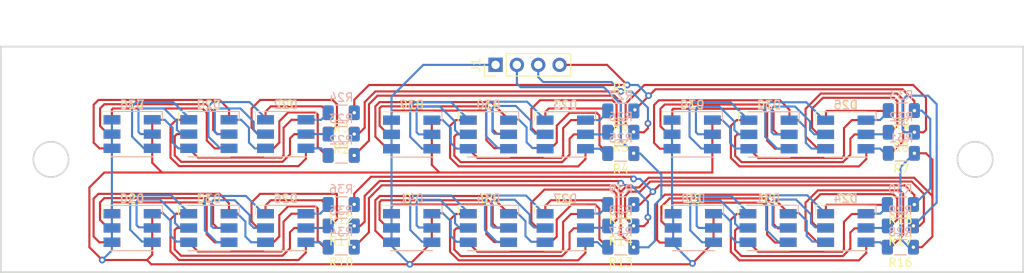
<source format=kicad_pcb>
(kicad_pcb (version 20211014) (generator pcbnew)
  (layers (0 "F.Cu" signal) (31 "B.Cu" signal) (34 "B.Paste" user) (35 "F.Paste" user) (36 "B.SilkS" user "B.Silkscreen") (37 "F.SilkS" user "F.Silkscreen") (38 "B.Mask" user) (39 "F.Mask" user) (44 "Edge.Cuts" user))
  (net 0 "")
  (net 1 "TSAL_RED")
  (net 2 "Net-(D22-Pad3)")
  (net 3 "Net-(D2-Pad3)")
  (net 4 "TSAL_GREEN")
  (net 5 "Net-(D2-Pad2)")
  (net 6 "TSAL_BLUE")
  (net 7 "Net-(D2-Pad1)")
  (net 8 "Net-(D22-Pad2)")
  (net 9 "Net-(D22-Pad1)")
  (net 10 "Net-(D23-Pad3)")
  (net 11 "Net-(D23-Pad2)")
  (net 12 "Net-(D23-Pad1)")
  (net 13 "Net-(D24-Pad3)")
  (net 14 "Net-(D24-Pad2)")
  (net 15 "Net-(D24-Pad1)")
  (net 16 "Net-(D25-Pad2)")
  (net 17 "Net-(D9-Pad3)")
  (net 18 "Net-(D9-Pad2)")
  (net 19 "Net-(D25-Pad4)")
  (net 20 "Net-(D25-Pad5)")
  (net 21 "Net-(D25-Pad6)")
  (net 22 "Net-(D22-Pad4)")
  (net 23 "Net-(D22-Pad5)")
  (net 24 "Net-(D22-Pad6)")
  (net 25 "Net-(D26-Pad4)")
  (net 26 "Net-(D26-Pad5)")
  (net 27 "Net-(D26-Pad6)")
  (net 28 "Net-(D23-Pad4)")
  (net 29 "Net-(D23-Pad5)")
  (net 30 "Net-(D23-Pad6)")
  (net 31 "Net-(D27-Pad4)")
  (net 32 "Net-(D27-Pad5)")
  (net 33 "Net-(D27-Pad6)")
  (net 34 "Net-(D24-Pad4)")
  (net 35 "Net-(D24-Pad5)")
  (net 36 "Net-(D24-Pad6)")
  (net 37 "Net-(D29-Pad4)")
  (net 38 "Net-(D29-Pad5)")
  (net 39 "Net-(D29-Pad6)")
  (net 40 "Net-(D30-Pad4)")
  (net 41 "Net-(D30-Pad5)")
  (net 42 "Net-(D30-Pad6)")
  (net 43 "Net-(D31-Pad4)")
  (net 44 "Net-(D31-Pad5)")
  (net 45 "Net-(D31-Pad6)")
  (net 46 "Net-(D32-Pad4)")
  (net 47 "Net-(D32-Pad5)")
  (net 48 "Net-(D32-Pad6)")
  (net 49 "Net-(D1-Pad4)")
  (net 50 "Net-(D1-Pad5)")
  (net 51 "Net-(D1-Pad6)")
  (net 52 "Net-(D13-Pad1)")
  (net 53 "Net-(D13-Pad2)")
  (net 54 "Net-(D13-Pad3)")
  (net 55 "Net-(D34-Pad4)")
  (net 56 "Net-(D34-Pad5)")
  (net 57 "Net-(D34-Pad6)")
  (net 58 "Net-(D9-Pad1)")
  (net 59 "Net-(D25-Pad3)")
  (net 60 "Net-(D25-Pad1)")
  (net 61 "Net-(D33-Pad4)")
  (net 62 "Net-(D33-Pad5)")
  (net 63 "Net-(D33-Pad6)")
  (net 64 "12V")
  (net 65 "Net-(D1-Pad1)")
  (net 66 "Net-(D1-Pad2)")
  (net 67 "Net-(D1-Pad3)")
  (net 68 "Net-(D4-Pad4)")
  (net 69 "Net-(D4-Pad5)")
  (net 70 "Net-(D4-Pad6)")
  (net 71 "Net-(D5-Pad4)")
  (net 72 "Net-(D5-Pad5)")
  (net 73 "Net-(D5-Pad6)")
  (net 74 "Net-(D10-Pad1)")
  (net 75 "Net-(D10-Pad2)")
  (net 76 "Net-(D10-Pad3)")
  (net 77 "Net-(D11-Pad1)")
  (net 78 "Net-(D11-Pad2)")
  (net 79 "Net-(D11-Pad3)")
  (net 80 "Net-(D12-Pad1)")
  (net 81 "Net-(D12-Pad2)")
  (net 82 "Net-(D12-Pad3)")
  (net 83 "Net-(D10-Pad4)")
  (net 84 "Net-(D10-Pad5)")
  (net 85 "Net-(D10-Pad6)")
  (net 86 "Net-(D11-Pad4)")
  (net 87 "Net-(D11-Pad5)")
  (net 88 "Net-(D11-Pad6)")
  (net 89 "Net-(D12-Pad4)")
  (net 90 "Net-(D12-Pad5)")
  (net 91 "Net-(D12-Pad6)")
  (net 92 "Net-(D13-Pad4)")
  (net 93 "Net-(D13-Pad5)")
  (net 94 "Net-(D13-Pad6)")
  (net 95 "Net-(D14-Pad4)")
  (net 96 "Net-(D14-Pad5)")
  (net 97 "Net-(D14-Pad6)")
  (net 98 "Net-(D15-Pad4)")
  (net 99 "Net-(D15-Pad5)")
  (net 100 "Net-(D15-Pad6)")
  (net 101 "Net-(D16-Pad4)")
  (net 102 "Net-(D16-Pad5)")
  (net 103 "Net-(D16-Pad6)")
  (net 104 "Net-(D26-Pad3)")
  (net 105 "Net-(D26-Pad2)")
  (net 106 "Net-(D26-Pad1)")
  (net 107 "Net-(D27-Pad3)")
  (net 108 "Net-(D27-Pad2)")
  (net 109 "Net-(D27-Pad1)")
  (net 110 "Net-(D2-Pad4)")
  (net 111 "Net-(D2-Pad5)")
  (net 112 "Net-(D2-Pad6)")
  (footprint "Resistor_SMD:R_1206_3216Metric_Pad1.30x1.75mm_HandSolder" (layer "F.Cu") (at 156.718 141.478 180)
    (fp_text reference "R13")
    (fp_text value "470")
  )
  (footprint "Resistor_SMD:R_1206_3216Metric_Pad1.30x1.75mm_HandSolder" (layer "F.Cu") (at 123.444 128.016 180)
    (fp_text reference "R2")
    (fp_text value "330")
  )
  (footprint "Resistor_SMD:R_1206_3216Metric_Pad1.30x1.75mm_HandSolder" (layer "F.Cu") (at 190.106 127.797142 180)
    (fp_text reference "R8")
    (fp_text value "330")
  )
  (footprint "Resistor_SMD:R_1206_3216Metric_Pad1.30x1.75mm_HandSolder" (layer "F.Cu") (at 123.444 141.478 180)
    (fp_text reference "R10")
    (fp_text value "470")
  )
  (footprint "Resistor_SMD:R_1206_3216Metric_Pad1.30x1.75mm_HandSolder" (layer "F.Cu") (at 190.106 125.222 180)
    (fp_text reference "R9")
    (fp_text value "330")
  )
  (footprint "Resistor_SMD:R_1206_3216Metric_Pad1.30x1.75mm_HandSolder" (layer "F.Cu") (at 189.992 136.398 180)
    (fp_text reference "R18")
    (fp_text value "330")
  )
  (footprint "LED_SMD:LED_RGB_5050-6" (layer "F.Cu") (at 98.552 139.192)
    (fp_text reference "D20")
    (fp_text value "LED_RGB")
  )
  (footprint "LED_SMD:LED_RGB_5050-6" (layer "F.Cu") (at 107.696 139.192)
    (fp_text reference "D16")
    (fp_text value "LED_RGB")
  )
  (footprint "LED_SMD:LED_RGB_5050-6" (layer "F.Cu") (at 165.354 139.192)
    (fp_text reference "D8")
    (fp_text value "LED_RGB")
  )
  (footprint "LED_SMD:LED_RGB_5050-6" (layer "F.Cu") (at 131.826 139.192)
    (fp_text reference "D7")
    (fp_text value "LED_RGB")
  )
  (footprint "Resistor_SMD:R_1206_3216Metric_Pad1.30x1.75mm_HandSolder" (layer "F.Cu") (at 156.718 127.797142 180)
    (fp_text reference "R5")
    (fp_text value "330")
  )
  (footprint "Resistor_SMD:R_1206_3216Metric_Pad1.30x1.75mm_HandSolder" (layer "F.Cu") (at 189.992 138.938 180)
    (fp_text reference "R17")
    (fp_text value "330")
  )
  (footprint "LED_SMD:LED_RGB_5050-6" (layer "F.Cu") (at 150.114 139.192)
    (fp_text reference "D1")
    (fp_text value "LED_RGB")
  )
  (footprint "Resistor_SMD:R_1206_3216Metric_Pad1.30x1.75mm_HandSolder" (layer "F.Cu") (at 123.444 136.398 180)
    (fp_text reference "R12")
    (fp_text value "330")
  )
  (footprint "Resistor_SMD:R_1206_3216Metric_Pad1.30x1.75mm_HandSolder" (layer "F.Cu") (at 156.718 125.257142 180)
    (fp_text reference "R6")
    (fp_text value "330")
  )
  (footprint "LED_SMD:LED_RGB_5050-6" (layer "F.Cu") (at 98.552 128.016)
    (fp_text reference "D17")
    (fp_text value "LED_RGB")
  )
  (footprint "Resistor_SMD:R_1206_3216Metric_Pad1.30x1.75mm_HandSolder" (layer "F.Cu") (at 156.718 136.398 180)
    (fp_text reference "R15")
    (fp_text value "330")
  )
  (footprint "Resistor_SMD:R_1206_3216Metric_Pad1.30x1.75mm_HandSolder" (layer "F.Cu") (at 123.444 138.938 180)
    (fp_text reference "R11")
    (fp_text value "330")
  )
  (footprint "LED_SMD:LED_RGB_5050-6" (layer "F.Cu") (at 107.696 128.016)
    (fp_text reference "D13")
    (fp_text value "LED_RGB")
  )
  (footprint "Resistor_SMD:R_1206_3216Metric_Pad1.30x1.75mm_HandSolder" (layer "F.Cu") (at 190.106 130.302 180)
    (fp_text reference "R7")
    (fp_text value "470")
  )
  (footprint "LED_SMD:LED_RGB_5050-6" (layer "F.Cu") (at 165.214 128.051142)
    (fp_text reference "D19")
    (fp_text value "LED_RGB")
  )
  (footprint "Connector_PinHeader_2.54mm:PinHeader_1x04_P2.54mm_Vertical" (layer "F.Cu") (at 141.812 119.778 90)
    (fp_text reference "J1")
    (fp_text value "Conn_01x04_Female")
  )
  (footprint "Resistor_SMD:R_1206_3216Metric_Pad1.30x1.75mm_HandSolder" (layer "F.Cu") (at 156.718 138.938 180)
    (fp_text reference "R14")
    (fp_text value "330")
  )
  (footprint "Resistor_SMD:R_1206_3216Metric_Pad1.30x1.75mm_HandSolder" (layer "F.Cu") (at 156.718 130.337142 180)
    (fp_text reference "R4")
    (fp_text value "470")
  )
  (footprint "LED_SMD:LED_RGB_5050-6" (layer "F.Cu") (at 140.97 139.192)
    (fp_text reference "D4")
    (fp_text value "LED_RGB")
  )
  (footprint "LED_SMD:LED_RGB_5050-6" (layer "F.Cu") (at 183.502 139.192)
    (fp_text reference "D2")
    (fp_text value "LED_RGB")
  )
  (footprint "LED_SMD:LED_RGB_5050-6" (layer "F.Cu") (at 140.97 128.051142)
    (fp_text reference "D14")
    (fp_text value "LED_RGB")
  )
  (footprint "LED_SMD:LED_RGB_5050-6" (layer "F.Cu") (at 174.244 139.192)
    (fp_text reference "D5")
    (fp_text value "LED_RGB")
  )
  (footprint "Resistor_SMD:R_1206_3216Metric_Pad1.30x1.75mm_HandSolder" (layer "F.Cu") (at 189.992 141.478 180)
    (fp_text reference "R16")
    (fp_text value "470")
  )
  (footprint "LED_SMD:LED_RGB_5050-6" (layer "F.Cu") (at 183.502 128.051142)
    (fp_text reference "D11")
    (fp_text value "LED_RGB")
  )
  (footprint "Resistor_SMD:R_1206_3216Metric_Pad1.30x1.75mm_HandSolder" (layer "F.Cu") (at 123.444 130.556 180)
    (fp_text reference "R1")
    (fp_text value "470")
  )
  (footprint "LED_SMD:LED_RGB_5050-6" (layer "F.Cu") (at 174.358 128.051142)
    (fp_text reference "D15")
    (fp_text value "LED_RGB")
  )
  (footprint "LED_SMD:LED_RGB_5050-6" (layer "F.Cu") (at 116.84 139.192)
    (fp_text reference "D12")
    (fp_text value "LED_RGB")
  )
  (footprint "Resistor_SMD:R_1206_3216Metric_Pad1.30x1.75mm_HandSolder" (layer "F.Cu") (at 123.444 125.476 180)
    (fp_text reference "R3")
    (fp_text value "330")
  )
  (footprint "LED_SMD:LED_RGB_5050-6" (layer "F.Cu") (at 131.826 128.051142)
    (fp_text reference "D18")
    (fp_text value "LED_RGB")
  )
  (footprint "LED_SMD:LED_RGB_5050-6" (layer "F.Cu") (at 150.114 128.051142)
    (fp_text reference "D10")
    (fp_text value "LED_RGB")
  )
  (footprint "LED_SMD:LED_RGB_5050-6" (layer "F.Cu") (at 116.84 128.016)
    (fp_text reference "D9")
    (fp_text value "LED_RGB")
  )
  (footprint "Resistor_SMD:R_1206_3216Metric_Pad1.30x1.75mm_HandSolder" (layer "B.Cu") (at 156.712 141.488 180)
    (fp_text reference "R37")
    (fp_text value "470")
  )
  (footprint "LED_SMD:LED_RGB_5050-6" (layer "B.Cu") (at 174.352 128.058 180)
    (fp_text reference "D32")
    (fp_text value "LED_RGB")
  )
  (footprint "LED_SMD:LED_RGB_5050-6" (layer "B.Cu") (at 165.214 128.0396 180)
    (fp_text reference "D39")
    (fp_text value "LED_RGB")
  )
  (footprint "Resistor_SMD:R_1206_3216Metric_Pad1.30x1.75mm_HandSolder" (layer "B.Cu") (at 123.442 136.388 180)
    (fp_text reference "R36")
    (fp_text value "330")
  )
  (footprint "LED_SMD:LED_RGB_5050-6" (layer "B.Cu") (at 150.113 128.051 180)
    (fp_text reference "D23")
    (fp_text value "LED_RGB")
  )
  (footprint "Resistor_SMD:R_1206_3216Metric_Pad1.30x1.75mm_HandSolder" (layer "B.Cu") (at 123.442 138.938 180)
    (fp_text reference "R35")
    (fp_text value "330")
  )
  (footprint "LED_SMD:LED_RGB_5050-6" (layer "B.Cu") (at 183.49 139.188 180)
    (fp_text reference "D24")
    (fp_text value "LED_RGB")
  )
  (footprint "LED_SMD:LED_RGB_5050-6" (layer "B.Cu") (at 183.492 128.058 180)
    (fp_text reference "D25")
    (fp_text value "LED_RGB")
  )
  (footprint "Resistor_SMD:R_1206_3216Metric_Pad1.30x1.75mm_HandSolder" (layer "B.Cu") (at 156.722 138.938 180)
    (fp_text reference "R38")
    (fp_text value "330")
  )
  (footprint "LED_SMD:LED_RGB_5050-6" (layer "B.Cu") (at 165.352 139.188 180)
    (fp_text reference "D38")
    (fp_text value "LED_RGB")
  )
  (footprint "LED_SMD:LED_RGB_5050-6" (layer "B.Cu") (at 174.242 139.188 180)
    (fp_text reference "D31")
    (fp_text value "LED_RGB")
  )
  (footprint "Resistor_SMD:R_1206_3216Metric_Pad1.30x1.75mm_HandSolder" (layer "B.Cu") (at 190.102 127.798 180)
    (fp_text reference "R32")
    (fp_text value "330")
  )
  (footprint "LED_SMD:LED_RGB_5050-6" (layer "B.Cu") (at 107.702 128.018 180)
    (fp_text reference "D29")
    (fp_text value "LED_RGB")
  )
  (footprint "LED_SMD:LED_RGB_5050-6" (layer "B.Cu") (at 131.832 139.188 180)
    (fp_text reference "D41")
    (fp_text value "LED_RGB")
  )
  (footprint "Resistor_SMD:R_1206_3216Metric_Pad1.30x1.75mm_HandSolder" (layer "B.Cu") (at 156.712 136.398 180)
    (fp_text reference "R39")
    (fp_text value "330")
  )
  (footprint "Resistor_SMD:R_1206_3216Metric_Pad1.30x1.75mm_HandSolder" (layer "B.Cu") (at 190.102 130.308 180)
    (fp_text reference "R31")
    (fp_text value "470")
  )
  (footprint "Resistor_SMD:R_1206_3216Metric_Pad1.30x1.75mm_HandSolder" (layer "B.Cu") (at 156.7186 125.2474 180)
    (fp_text reference "R27")
    (fp_text value "330")
  )
  (footprint "LED_SMD:LED_RGB_5050-6" (layer "B.Cu") (at 116.832 139.198 180)
    (fp_text reference "D26")
    (fp_text value "LED_RGB")
  )
  (footprint "LED_SMD:LED_RGB_5050-6" (layer "B.Cu") (at 98.562 128.016 180)
    (fp_text reference "D36")
    (fp_text value "LED_RGB")
  )
  (footprint "Resistor_SMD:R_1206_3216Metric_Pad1.30x1.75mm_HandSolder" (layer "B.Cu") (at 156.7186 130.3274 180)
    (fp_text reference "R25")
    (fp_text value "470")
  )
  (footprint "LED_SMD:LED_RGB_5050-6" (layer "B.Cu") (at 131.832 128.058 180)
    (fp_text reference "D37")
    (fp_text value "LED_RGB")
  )
  (footprint "Resistor_SMD:R_1206_3216Metric_Pad1.30x1.75mm_HandSolder" (layer "B.Cu") (at 123.442 141.488 180)
    (fp_text reference "R34")
    (fp_text value "470")
  )
  (footprint "LED_SMD:LED_RGB_5050-6" (layer "B.Cu") (at 140.962 128.048 180)
    (fp_text reference "D30")
    (fp_text value "LED_RGB")
  )
  (footprint "LED_SMD:LED_RGB_5050-6" (layer "B.Cu") (at 98.552 139.188 180)
    (fp_text reference "D40")
    (fp_text value "LED_RGB")
  )
  (footprint "LED_SMD:LED_RGB_5050-6" (layer "B.Cu") (at 107.692 139.198 180)
    (fp_text reference "D33")
    (fp_text value "LED_RGB")
  )
  (footprint "LED_SMD:LED_RGB_5050-6" (layer "B.Cu") (at 116.842 128.016 180)
    (fp_text reference "D22")
    (fp_text value "LED_RGB")
  )
  (footprint "LED_SMD:LED_RGB_5050-6" (layer "B.Cu") (at 140.962 139.188 180)
    (fp_text reference "D34")
    (fp_text value "LED_RGB")
  )
  (footprint "Resistor_SMD:R_1206_3216Metric_Pad1.30x1.75mm_HandSolder" (layer "B.Cu") (at 123.444 125.476 180)
    (fp_text reference "R24")
    (fp_text value "330")
  )
  (footprint "Resistor_SMD:R_1206_3216Metric_Pad1.30x1.75mm_HandSolder" (layer "B.Cu") (at 189.99 141.478 180)
    (fp_text reference "R28")
    (fp_text value "470")
  )
  (footprint "Resistor_SMD:R_1206_3216Metric_Pad1.30x1.75mm_HandSolder" (layer "B.Cu") (at 123.444 128.016 180)
    (fp_text reference "R23")
    (fp_text value "330")
  )
  (footprint "Resistor_SMD:R_1206_3216Metric_Pad1.30x1.75mm_HandSolder" (layer "B.Cu") (at 189.99 136.398 180)
    (fp_text reference "R30")
    (fp_text value "330")
  )
  (footprint "Resistor_SMD:R_1206_3216Metric_Pad1.30x1.75mm_HandSolder" (layer "B.Cu") (at 189.99 138.938 180)
    (fp_text reference "R29")
    (fp_text value "330")
  )
  (footprint "Resistor_SMD:R_1206_3216Metric_Pad1.30x1.75mm_HandSolder" (layer "B.Cu") (at 123.444 130.556 180)
    (fp_text reference "R22")
    (fp_text value "470")
  )
  (footprint "LED_SMD:LED_RGB_5050-6" (layer "B.Cu") (at 150.102 139.198 180)
    (fp_text reference "D27")
    (fp_text value "LED_RGB")
  )
  (footprint "Resistor_SMD:R_1206_3216Metric_Pad1.30x1.75mm_HandSolder" (layer "B.Cu") (at 190.102 125.218 180)
    (fp_text reference "R33")
    (fp_text value "330")
  )
  (footprint "Resistor_SMD:R_1206_3216Metric_Pad1.30x1.75mm_HandSolder" (layer "B.Cu") (at 156.7186 127.7874 180)
    (fp_text reference "R26")
    (fp_text value "330")
  )
  (gr_rect (start 82.9341 117.602) (end 204.6052 144.454) (layer "Edge.Cuts") (width 0.2) (fill none))
  (gr_circle (center 88.9 131.028) (end 91 131.028) (layer "Edge.Cuts") (width 0.2) (fill none))
  (gr_circle (center 198.882 131.028) (end 200.982 131.028) (layer "Edge.Cuts") (width 0.2) (fill none))
  (segment (start 158.26243 141.513142) (end 156.71243 139.963142) (width 0.25) (layer "F.Cu") (net 1))
  (segment (start 155.993489 134.158103) (end 155.993489 134.149489) (width 0.25) (layer "F.Cu") (net 1))
  (segment (start 156.718 128.787142) (end 156.718 124.206) (width 0.25) (layer "F.Cu") (net 1))
  (segment (start 155.956 123.444) (end 156.718 124.206) (width 0.25) (layer "F.Cu") (net 1))
  (segment (start 156.71243 134.888184) (end 157.234614 134.366) (width 0.25) (layer "F.Cu") (net 1))
  (segment (start 126.74043 135.636) (end 126.74043 139.70557) (width 0.25) (layer "F.Cu") (net 1))
  (segment (start 155.993489 134.149489) (end 155.956 134.112) (width 0.25) (layer "F.Cu") (net 1))
  (segment (start 193.04 130.302) (end 193.802 131.064) (width 0.25) (layer "F.Cu") (net 1))
  (segment (start 158.876282 134.366) (end 160.029322 133.21296) (width 0.25) (layer "F.Cu") (net 1))
  (segment (start 193.802 140.208) (end 192.532 141.478) (width 0.25) (layer "F.Cu") (net 1))
  (segment (start 193.04 130.302) (end 191.656 130.302) (width 0.25) (layer "F.Cu") (net 1))
  (segment (start 160.029322 133.21296) (end 191.63296 133.21296) (width 0.25) (layer "F.Cu") (net 1))
  (segment (start 127.762 123.444) (end 155.956 123.444) (width 0.25) (layer "F.Cu") (net 1))
  (segment (start 192.532 141.478) (end 191.542 141.478) (width 0.25) (layer "F.Cu") (net 1))
  (segment (start 126.74043 139.70557) (end 124.968 141.478) (width 0.25) (layer "F.Cu") (net 1))
  (segment (start 156.71243 134.888184) (end 156.718 134.882614) (width 0.25) (layer "F.Cu") (net 1))
  (segment (start 156.718 134.882614) (end 155.993489 134.158103) (width 0.25) (layer "F.Cu") (net 1))
  (segment (start 124.994 130.556) (end 126.746 128.804) (width 0.25) (layer "F.Cu") (net 1))
  (segment (start 128.26443 134.112) (end 126.74043 135.636) (width 0.25) (layer "F.Cu") (net 1))
  (segment (start 193.802 135.382) (end 193.802 135.636) (width 0.25) (layer "F.Cu") (net 1))
  (segment (start 156.71243 139.963142) (end 156.71243 134.888184) (width 0.25) (layer "F.Cu") (net 1))
  (segment (start 193.802 135.636) (end 193.802 140.208) (width 0.25) (layer "F.Cu") (net 1))
  (segment (start 193.802 131.064) (end 193.802 135.636) (width 0.25) (layer "F.Cu") (net 1))
  (segment (start 155.956 134.112) (end 128.26443 134.112) (width 0.25) (layer "F.Cu") (net 1))
  (segment (start 157.234614 134.366) (end 158.876282 134.366) (width 0.25) (layer "F.Cu") (net 1))
  (segment (start 191.63296 133.21296) (end 193.802 135.382) (width 0.25) (layer "F.Cu") (net 1))
  (segment (start 126.746 124.46) (end 127.762 123.444) (width 0.25) (layer "F.Cu") (net 1))
  (segment (start 126.746 128.804) (end 126.746 124.46) (width 0.25) (layer "F.Cu") (net 1))
  (segment (start 158.268 130.337142) (end 156.718 128.787142) (width 0.25) (layer "F.Cu") (net 1))
  (via (at 124.994 130.556) (size 0.8) (drill 0.4) (layers "F.Cu" "B.Cu") (net 1))
  (via (at 191.656 130.302) (size 0.8) (drill 0.4) (layers "F.Cu" "B.Cu") (net 1))
  (via (at 158.242 141.478) (size 0.8) (drill 0.4) (layers "F.Cu" "B.Cu") (net 1))
  (via (at 158.242 130.302) (size 0.8) (drill 0.4) (layers "F.Cu" "B.Cu") (net 1))
  (via (at 124.968 141.478) (size 0.8) (drill 0.4) (layers "F.Cu" "B.Cu") (net 1))
  (via (at 191.542 141.478) (size 0.8) (drill 0.4) (layers "F.Cu" "B.Cu") (net 1))
  (segment (start 191.008 141.478) (end 191.54 141.478) (width 0.25) (layer "B.Cu") (net 1))
  (segment (start 144.78 122.428) (end 144.352 122) (width 0.25) (layer "B.Cu") (net 1))
  (segment (start 156.718 128.778) (end 156.718 124.46) (width 0.25) (layer "B.Cu") (net 1))
  (segment (start 160.782 140.716) (end 160.01 141.488) (width 0.25) (layer "B.Cu") (net 1))
  (segment (start 161.544 135.636) (end 160.782 136.398) (width 0.25) (layer "B.Cu") (net 1))
  (segment (start 158.242 130.302) (end 156.718 128.778) (width 0.25) (layer "B.Cu") (net 1))
  (segment (start 191.652 130.308) (end 189.992 131.968) (width 0.25) (layer "B.Cu") (net 1))
  (segment (start 158.2686 130.3274) (end 159.0294 130.3274) (width 0.25) (layer "B.Cu") (net 1))
  (segment (start 189.992 140.462) (end 191.008 141.478) (width 0.25) (layer "B.Cu") (net 1))
  (segment (start 161.544 132.842) (end 161.544 135.636) (width 0.25) (layer "B.Cu") (net 1))
  (segment (start 159.0294 130.3274) (end 161.544 132.842) (width 0.25) (layer "B.Cu") (net 1))
  (segment (start 160.01 141.488) (end 158.262 141.488) (width 0.25) (layer "B.Cu") (net 1))
  (segment (start 189.992 131.968) (end 189.992 140.462) (width 0.25) (layer "B.Cu") (net 1))
  (segment (start 144.352 122) (end 144.352 119.778) (width 0.25) (layer "B.Cu") (net 1))
  (segment (start 160.782 136.398) (end 160.782 140.716) (width 0.25) (layer "B.Cu") (net 1))
  (segment (start 154.686 122.428) (end 144.78 122.428) (width 0.25) (layer "B.Cu") (net 1))
  (segment (start 156.718 124.46) (end 154.686 122.428) (width 0.25) (layer "B.Cu") (net 1))
  (segment (start 121.054 129.716) (end 119.494 129.716) (width 0.25) (layer "B.Cu") (net 2))
  (segment (start 121.894 130.556) (end 121.054 129.716) (width 0.25) (layer "B.Cu") (net 2))
  (segment (start 190.32752 140.021622) (end 188.582 141.767142) (width 0.25) (layer "F.Cu") (net 3))
  (segment (start 189.93648 134.713622) (end 190.32752 135.104662) (width 0.25) (layer "F.Cu") (net 3))
  (segment (start 178.702 139.481142) (end 178.702 136.179142) (width 0.25) (layer "F.Cu") (net 3))
  (segment (start 180.148 140.927142) (end 178.702 139.481142) (width 0.25) (layer "F.Cu") (net 3))
  (segment (start 190.32752 135.104662) (end 190.32752 140.021622) (width 0.25) (layer "F.Cu") (net 3))
  (segment (start 180.16752 134.713622) (end 189.93648 134.713622) (width 0.25) (layer "F.Cu") (net 3))
  (segment (start 178.702 136.179142) (end 180.16752 134.713622) (width 0.25) (layer "F.Cu") (net 3))
  (segment (start 159.471288 138.973142) (end 158.26243 138.973142) (width 0.25) (layer "F.Cu") (net 4))
  (segment (start 125.72443 138.938) (end 124.98843 138.938) (width 0.25) (layer "F.Cu") (net 4))
  (segment (start 159.9435 138.50093) (end 159.471288 138.973142) (width 0.25) (layer "F.Cu") (net 4))
  (segment (start 159.94907 126.746) (end 159.94907 127.32493) (width 0.25) (layer "F.Cu") (net 4))
  (segment (start 157.734 134.874) (end 159.004 134.874) (width 0.25) (layer "F.Cu") (net 4))
  (segment (start 126.23243 138.43) (end 125.72443 138.938) (width 0.25) (layer "F.Cu") (net 4))
  (segment (start 156.718 133.858) (end 156.464 133.604) (width 0.25) (layer "F.Cu") (net 4))
  (segment (start 159.9435 137.922) (end 159.9435 138.50093) (width 0.25) (layer "F.Cu") (net 4))
  (segment (start 157.226 137.936712) (end 157.226 135.382) (width 0.25) (layer "F.Cu") (net 4))
  (segment (start 157.29348 126.822622) (end 157.29348 124.394169) (width 0.25) (layer "F.Cu") (net 4))
  (segment (start 159.94907 127.32493) (end 159.476858 127.797142) (width 0.25) (layer "F.Cu") (net 4))
  (segment (start 126.23243 135.382) (end 126.23243 138.43) (width 0.25) (layer "F.Cu") (net 4))
  (segment (start 159.004 134.874) (end 160.21552 133.66248) (width 0.25) (layer "F.Cu") (net 4))
  (segment (start 156.464 133.604) (end 128.01043 133.604) (width 0.25) (layer "F.Cu") (net 4))
  (segment (start 192.786 138.43) (end 192.278 138.938) (width 0.25) (layer "F.Cu") (net 4))
  (segment (start 128.01043 133.604) (end 126.23243 135.382) (width 0.25) (layer "F.Cu") (net 4))
  (segment (start 192.750858 127.797142) (end 191.656 127.797142) (width 0.25) (layer "F.Cu") (net 4))
  (segment (start 192.278 138.938) (end 191.542 138.938) (width 0.25) (layer "F.Cu") (net 4))
  (segment (start 126.238 124.206) (end 126.238 127.254) (width 0.25) (layer "F.Cu") (net 4))
  (segment (start 191.32048 133.66248) (end 192.786 135.128) (width 0.25) (layer "F.Cu") (net 4))
  (segment (start 157.29348 124.394169) (end 159.513649 122.174) (width 0.25) (layer "F.Cu") (net 4))
  (segment (start 158.26243 138.973142) (end 157.226 137.936712) (width 0.25) (layer "F.Cu") (net 4))
  (segment (start 156.718 122.936) (end 127.508 122.936) (width 0.25) (layer "F.Cu") (net 4))
  (segment (start 127.508 122.936) (end 126.238 124.206) (width 0.25) (layer "F.Cu") (net 4))
  (segment (start 193.04 127.508) (end 192.750858 127.797142) (width 0.25) (layer "F.Cu") (net 4))
  (segment (start 159.476858 127.797142) (end 158.268 127.797142) (width 0.25) (layer "F.Cu") (net 4))
  (segment (start 126.238 127.254) (end 125.476 128.016) (width 0.25) (layer "F.Cu") (net 4))
  (segment (start 125.476 128.016) (end 124.994 128.016) (width 0.25) (layer "F.Cu") (net 4))
  (segment (start 160.21552 133.66248) (end 191.32048 133.66248) (width 0.25) (layer "F.Cu") (net 4))
  (segment (start 191.516 122.174) (end 193.04 123.698) (width 0.25) (layer "F.Cu") (net 4))
  (segment (start 193.04 123.698) (end 193.04 127.508) (width 0.25) (layer "F.Cu") (net 4))
  (segment (start 159.513649 122.174) (end 191.516 122.174) (width 0.25) (layer "F.Cu") (net 4))
  (segment (start 158.268 127.797142) (end 157.29348 126.822622) (width 0.25) (layer "F.Cu") (net 4))
  (segment (start 192.786 135.128) (end 192.786 138.43) (width 0.25) (layer "F.Cu") (net 4))
  (segment (start 157.226 135.382) (end 157.734 134.874) (width 0.25) (layer "F.Cu") (net 4))
  (via (at 159.9435 137.922) (size 0.8) (drill 0.4) (layers "F.Cu" "B.Cu") (net 4))
  (via (at 159.94907 126.746) (size 0.8) (drill 0.4) (layers "F.Cu" "B.Cu") (net 4))
  (via (at 156.718 133.858) (size 0.8) (drill 0.4) (layers "F.Cu" "B.Cu") (net 4))
  (via (at 191.542 138.938) (size 0.8) (drill 0.4) (layers "F.Cu" "B.Cu") (net 4))
  (via (at 158.242 138.938) (size 0.8) (drill 0.4) (layers "F.Cu" "B.Cu") (net 4))
  (via (at 156.718 122.936) (size 0.8) (drill 0.4) (layers "F.Cu" "B.Cu") (net 4))
  (via (at 124.98843 138.938) (size 0.8) (drill 0.4) (layers "F.Cu" "B.Cu") (net 4))
  (via (at 158.242 127.762) (size 0.8) (drill 0.4) (layers "F.Cu" "B.Cu") (net 4))
  (via (at 191.656 127.797142) (size 0.8) (drill 0.4) (layers "F.Cu" "B.Cu") (net 4))
  (via (at 124.994 128.016) (size 0.8) (drill 0.4) (layers "F.Cu" "B.Cu") (net 4))
  (segment (start 155.6 121.818) (end 147.472 121.818) (width 0.25) (layer "B.Cu") (net 4))
  (segment (start 156.934511 134.074511) (end 157.944941 134.074511) (width 0.25) (layer "B.Cu") (net 4))
  (segment (start 156.718 122.936) (end 157.988 122.936) (width 0.25) (layer "B.Cu") (net 4))
  (segment (start 159.9435 136.07307) (end 159.9435 137.922) (width 0.25) (layer "B.Cu") (net 4))
  (segment (start 157.944941 134.074511) (end 159.9435 136.07307) (width 0.25) (layer "B.Cu") (net 4))
  (segment (start 190.536 127.798) (end 191.652 127.798) (width 0.25) (layer "B.Cu") (net 4))
  (segment (start 194.31 136.168) (end 194.31 124.46) (width 0.25) (layer "B.Cu") (net 4))
  (segment (start 190.246 127.508) (end 190.536 127.798) (width 0.25) (layer "B.Cu") (net 4))
  (segment (start 190.246 123.952) (end 190.246 127.508) (width 0.25) (layer "B.Cu") (net 4))
  (segment (start 159.94907 124.89707) (end 159.94907 126.746) (width 0.25) (layer "B.Cu") (net 4))
  (segment (start 157.988 122.936) (end 159.94907 124.89707) (width 0.25) (layer "B.Cu") (net 4))
  (segment (start 146.892 121.238) (end 146.892 119.778) (width 0.25) (layer "B.Cu") (net 4))
  (segment (start 194.31 124.46) (end 193.294 123.444) (width 0.25) (layer "B.Cu") (net 4))
  (segment (start 156.718 122.936) (end 155.6 121.818) (width 0.25) (layer "B.Cu") (net 4))
  (segment (start 147.472 121.818) (end 146.892 121.238) (width 0.25) (layer "B.Cu") (net 4))
  (segment (start 191.54 138.938) (end 194.31 136.168) (width 0.25) (layer "B.Cu") (net 4))
  (segment (start 190.754 123.444) (end 190.246 123.952) (width 0.25) (layer "B.Cu") (net 4))
  (segment (start 193.294 123.444) (end 190.754 123.444) (width 0.25) (layer "B.Cu") (net 4))
  (segment (start 156.718 133.858) (end 156.934511 134.074511) (width 0.25) (layer "B.Cu") (net 4))
  (segment (start 179.464 136.179142) (end 180.48 135.163142) (width 0.25) (layer "F.Cu") (net 5))
  (segment (start 179.464 138.465142) (end 179.464 136.179142) (width 0.25) (layer "F.Cu") (net 5))
  (segment (start 189.116 135.163142) (end 189.624 135.671142) (width 0.25) (layer "F.Cu") (net 5))
  (segment (start 189.624 135.671142) (end 189.624 138.185142) (width 0.25) (layer "F.Cu") (net 5))
  (segment (start 180.48 135.163142) (end 189.116 135.163142) (width 0.25) (layer "F.Cu") (net 5))
  (segment (start 189.624 138.185142) (end 188.582 139.227142) (width 0.25) (layer "F.Cu") (net 5))
  (segment (start 180.226 139.227142) (end 179.464 138.465142) (width 0.25) (layer "F.Cu") (net 5))
  (segment (start 190.49443 134.112) (end 191.65043 135.268) (width 0.25) (layer "F.Cu") (net 6))
  (segment (start 155.084 119.778) (end 157.48 122.174) (width 0.25) (layer "F.Cu") (net 6))
  (segment (start 161.29 134.112) (end 190.49443 134.112) (width 0.25) (layer "F.Cu") (net 6))
  (segment (start 126.746 122.174) (end 124.994 123.926) (width 0.25) (layer "F.Cu") (net 6))
  (segment (start 158.26243 136.433142) (end 158.968858 136.433142) (width 0.25) (layer "F.Cu") (net 6))
  (segment (start 191.65043 135.268) (end 191.65043 136.398) (width 0.25) (layer "F.Cu") (net 6))
  (segment (start 190.246 122.682) (end 191.656 124.092) (width 0.25) (layer "F.Cu") (net 6))
  (segment (start 158.242 133.35) (end 157.988 133.096) (width 0.25) (layer "F.Cu") (net 6))
  (segment (start 191.656 124.092) (end 191.656 125.222) (width 0.25) (layer "F.Cu") (net 6))
  (segment (start 126.99443 133.096) (end 124.98843 135.102) (width 0.25) (layer "F.Cu") (net 6))
  (segment (start 158.399571 125.125571) (end 160.843142 122.682) (width 0.25) (layer "F.Cu") (net 6))
  (segment (start 158.968858 136.433142) (end 161.29 134.112) (width 0.25) (layer "F.Cu") (net 6))
  (segment (start 124.98843 135.102) (end 124.98843 136.37757) (width 0.25) (layer "F.Cu") (net 6))
  (segment (start 157.988 133.096) (end 126.99443 133.096) (width 0.25) (layer "F.Cu") (net 6))
  (segment (start 124.994 123.926) (end 124.994 125.476) (width 0.25) (layer "F.Cu") (net 6))
  (segment (start 160.843142 122.682) (end 190.246 122.682) (width 0.25) (layer "F.Cu") (net 6))
  (segment (start 158.268 125.257142) (end 158.399571 125.125571) (width 0.25) (layer "F.Cu") (net 6))
  (segment (start 149.432 119.778) (end 155.084 119.778) (width 0.25) (layer "F.Cu") (net 6))
  (segment (start 157.48 122.174) (end 126.746 122.174) (width 0.25) (layer "F.Cu") (net 6))
  (via (at 124.98843 136.37757) (size 0.8) (drill 0.4) (layers "F.Cu" "B.Cu") (net 6))
  (via (at 160.02 123.444) (size 0.8) (drill 0.4) (layers "F.Cu" "B.Cu") (net 6))
  (via (at 158.242 133.35) (size 0.8) (drill 0.4) (layers "F.Cu" "B.Cu") (net 6))
  (via (at 191.656 125.222) (size 0.8) (drill 0.4) (layers "F.Cu" "B.Cu") (net 6))
  (via (at 158.399571 125.125571) (size 0.8) (drill 0.4) (layers "F.Cu" "B.Cu") (net 6))
  (via (at 191.65043 136.398) (size 0.8) (drill 0.4) (layers "F.Cu" "B.Cu") (net 6))
  (via (at 157.48 122.174) (size 0.8) (drill 0.4) (layers "F.Cu" "B.Cu") (net 6))
  (via (at 158.242 136.398) (size 0.8) (drill 0.4) (layers "F.Cu" "B.Cu") (net 6))
  (via (at 124.994 125.476) (size 0.8) (drill 0.4) (layers "F.Cu" "B.Cu") (net 6))
  (via (at 160.528 134.874) (size 0.8) (drill 0.4) (layers "F.Cu" "B.Cu") (net 6))
  (segment (start 158.242 133.35) (end 159.004 133.35) (width 0.25) (layer "B.Cu") (net 6))
  (segment (start 158.75 122.174) (end 160.02 123.444) (width 0.25) (layer "B.Cu") (net 6))
  (segment (start 193.548 126.238) (end 192.532 125.222) (width 0.25) (layer "B.Cu") (net 6))
  (segment (start 159.004 133.35) (end 160.528 134.874) (width 0.25) (layer "B.Cu") (net 6))
  (segment (start 192.532 125.222) (end 191.656 125.222) (width 0.25) (layer "B.Cu") (net 6))
  (segment (start 193.548 134.50043) (end 193.548 126.238) (width 0.25) (layer "B.Cu") (net 6))
  (segment (start 157.48 122.174) (end 158.75 122.174) (width 0.25) (layer "B.Cu") (net 6))
  (segment (start 191.65043 136.398) (end 193.548 134.50043) (width 0.25) (layer "B.Cu") (net 6))
  (segment (start 181.128 136.547142) (end 181.242 136.433142) (width 0.25) (layer "F.Cu") (net 7))
  (segment (start 181.242 136.433142) (end 188.328 136.433142) (width 0.25) (layer "F.Cu") (net 7))
  (segment (start 181.128 137.527142) (end 181.128 136.547142) (width 0.25) (layer "F.Cu") (net 7))
  (segment (start 121.894 128.016) (end 119.494 128.016) (width 0.25) (layer "B.Cu") (net 8))
  (segment (start 121.054 126.316) (end 119.494 126.316) (width 0.25) (layer "B.Cu") (net 9))
  (segment (start 121.894 125.476) (end 121.054 126.316) (width 0.25) (layer "B.Cu") (net 9))
  (segment (start 155.053 130.591) (end 154.213 129.751) (width 0.25) (layer "B.Cu") (net 10))
  (segment (start 154.213 129.751) (end 152.513 129.751) (width 0.25) (layer "B.Cu") (net 10))
  (segment (start 155.053 128.051) (end 152.513 128.051) (width 0.25) (layer "B.Cu") (net 11))
  (segment (start 154.213 126.351) (end 152.513 126.351) (width 0.25) (layer "B.Cu") (net 12))
  (segment (start 155.053 125.511) (end 154.213 126.351) (width 0.25) (layer "B.Cu") (net 12))
  (segment (start 187.6 140.888) (end 188.44 141.728) (width 0.25) (layer "B.Cu") (net 13))
  (segment (start 185.89 140.888) (end 187.6 140.888) (width 0.25) (layer "B.Cu") (net 13))
  (segment (start 188.44 139.188) (end 185.89 139.188) (width 0.25) (layer "B.Cu") (net 14))
  (segment (start 185.89 137.488) (end 187.6 137.488) (width 0.25) (layer "B.Cu") (net 15))
  (segment (start 187.6 137.488) (end 188.44 136.648) (width 0.25) (layer "B.Cu") (net 15))
  (segment (start 188.416 128.0396) (end 185.762 128.0396) (width 0.25) (layer "B.Cu") (net 16))
  (segment (start 120.65 129.54) (end 121.666 130.556) (width 0.25) (layer "F.Cu") (net 17))
  (segment (start 120.396 125.441489) (end 120.65 125.695489) (width 0.25) (layer "F.Cu") (net 17))
  (segment (start 116.078 129.032) (end 116.078 126.492) (width 0.25) (layer "F.Cu") (net 17))
  (segment (start 115.394 129.716) (end 116.078 129.032) (width 0.25) (layer "F.Cu") (net 17))
  (segment (start 120.65 125.695489) (end 120.65 129.54) (width 0.25) (layer "F.Cu") (net 17))
  (segment (start 117.128511 125.441489) (end 120.396 125.441489) (width 0.25) (layer "F.Cu") (net 17))
  (segment (start 114.44 129.716) (end 115.394 129.716) (width 0.25) (layer "F.Cu") (net 17))
  (segment (start 121.666 130.556) (end 121.894 130.556) (width 0.25) (layer "F.Cu") (net 17))
  (segment (start 116.078 126.492) (end 117.128511 125.441489) (width 0.25) (layer "F.Cu") (net 17))
  (segment (start 122.936 124.46) (end 122.936 126.974) (width 0.25) (layer "F.Cu") (net 18))
  (segment (start 122.428 123.952) (end 122.936 124.46) (width 0.25) (layer "F.Cu") (net 18))
  (segment (start 112.776 124.968) (end 113.792 123.952) (width 0.25) (layer "F.Cu") (net 18))
  (segment (start 112.776 127.254) (end 112.776 124.968) (width 0.25) (layer "F.Cu") (net 18))
  (segment (start 113.792 123.952) (end 122.428 123.952) (width 0.25) (layer "F.Cu") (net 18))
  (segment (start 122.936 126.974) (end 121.894 128.016) (width 0.25) (layer "F.Cu") (net 18))
  (segment (start 113.538 128.016) (end 112.776 127.254) (width 0.25) (layer "F.Cu") (net 18))
  (segment (start 114.44 128.016) (end 113.538 128.016) (width 0.25) (layer "F.Cu") (net 18))
  (segment (start 178.733 127.2776) (end 177.795 126.3396) (width 0.25) (layer "B.Cu") (net 19))
  (segment (start 178.733 129.0556) (end 178.733 127.2776) (width 0.25) (layer "B.Cu") (net 19))
  (segment (start 177.795 126.3396) (end 176.561 126.3396) (width 0.25) (layer "B.Cu") (net 19))
  (segment (start 180.905 129.7396) (end 179.417 129.7396) (width 0.25) (layer "B.Cu") (net 19))
  (segment (start 179.417 129.7396) (end 178.733 129.0556) (width 0.25) (layer "B.Cu") (net 19))
  (segment (start 174.923 124.7376) (end 177.463 124.7376) (width 0.25) (layer "B.Cu") (net 20))
  (segment (start 174.669 127.7856) (end 174.669 124.9916) (width 0.25) (layer "B.Cu") (net 20))
  (segment (start 179.241 126.5156) (end 179.241 127.5316) (width 0.25) (layer "B.Cu") (net 20))
  (segment (start 174.669 124.9916) (end 174.923 124.7376) (width 0.25) (layer "B.Cu") (net 20))
  (segment (start 179.749 128.0396) (end 180.905 128.0396) (width 0.25) (layer "B.Cu") (net 20))
  (segment (start 179.241 127.5316) (end 179.749 128.0396) (width 0.25) (layer "B.Cu") (net 20))
  (segment (start 176.561 128.0396) (end 174.923 128.0396) (width 0.25) (layer "B.Cu") (net 20))
  (segment (start 177.463 124.7376) (end 179.241 126.5156) (width 0.25) (layer "B.Cu") (net 20))
  (segment (start 174.923 128.0396) (end 174.669 127.7856) (width 0.25) (layer "B.Cu") (net 20))
  (segment (start 176.561 129.7396) (end 175.311 129.7396) (width 0.25) (layer "B.Cu") (net 21))
  (segment (start 174.415 124.2296) (end 178.795 124.2296) (width 0.25) (layer "B.Cu") (net 21))
  (segment (start 173.907 124.7376) (end 174.415 124.2296) (width 0.25) (layer "B.Cu") (net 21))
  (segment (start 173.907 128.3356) (end 173.907 124.7376) (width 0.25) (layer "B.Cu") (net 21))
  (segment (start 175.311 129.7396) (end 173.907 128.3356) (width 0.25) (layer "B.Cu") (net 21))
  (segment (start 178.795 124.2296) (end 180.905 126.3396) (width 0.25) (layer "B.Cu") (net 21))
  (segment (start 114.637 129.716) (end 113.149 129.716) (width 0.25) (layer "B.Cu") (net 22))
  (segment (start 112.465 127.254) (end 111.527 126.316) (width 0.25) (layer "B.Cu") (net 22))
  (segment (start 112.465 129.032) (end 112.465 127.254) (width 0.25) (layer "B.Cu") (net 22))
  (segment (start 113.149 129.716) (end 112.465 129.032) (width 0.25) (layer "B.Cu") (net 22))
  (segment (start 111.527 126.316) (end 110.293 126.316) (width 0.25) (layer "B.Cu") (net 22))
  (segment (start 113.03 127.565) (end 113.481 128.016) (width 0.25) (layer "B.Cu") (net 23))
  (segment (start 108.401 124.968) (end 111.449 124.968) (width 0.25) (layer "B.Cu") (net 23))
  (segment (start 108.655 128.016) (end 108.401 127.762) (width 0.25) (layer "B.Cu") (net 23))
  (segment (start 113.481 128.016) (end 114.637 128.016) (width 0.25) (layer "B.Cu") (net 23))
  (segment (start 113.03 126.549) (end 113.03 127.565) (width 0.25) (layer "B.Cu") (net 23))
  (segment (start 108.401 127.762) (end 108.401 124.968) (width 0.25) (layer "B.Cu") (net 23))
  (segment (start 110.293 128.016) (end 108.655 128.016) (width 0.25) (layer "B.Cu") (net 23))
  (segment (start 111.449 124.968) (end 113.03 126.549) (width 0.25) (layer "B.Cu") (net 23))
  (segment (start 107.639 124.714) (end 108.147 124.206) (width 0.25) (layer "B.Cu") (net 24))
  (segment (start 109.043 129.716) (end 107.639 128.312) (width 0.25) (layer "B.Cu") (net 24))
  (segment (start 108.147 124.206) (end 112.527 124.206) (width 0.25) (layer "B.Cu") (net 24))
  (segment (start 112.527 124.206) (end 114.637 126.316) (width 0.25) (layer "B.Cu") (net 24))
  (segment (start 110.293 129.716) (end 109.043 129.716) (width 0.25) (layer "B.Cu") (net 24))
  (segment (start 107.639 128.312) (end 107.639 124.714) (width 0.25) (layer "B.Cu") (net 24))
  (segment (start 112.724 140.888) (end 112.04 140.204) (width 0.25) (layer "B.Cu") (net 25))
  (segment (start 114.212 140.888) (end 112.724 140.888) (width 0.25) (layer "B.Cu") (net 25))
  (segment (start 111.102 137.488) (end 109.868 137.488) (width 0.25) (layer "B.Cu") (net 25))
  (segment (start 112.04 140.204) (end 112.04 138.426) (width 0.25) (layer "B.Cu") (net 25))
  (segment (start 112.04 138.426) (end 111.102 137.488) (width 0.25) (layer "B.Cu") (net 25))
  (segment (start 113.056 139.188) (end 114.212 139.188) (width 0.25) (layer "B.Cu") (net 26))
  (segment (start 112.548 138.68) (end 113.056 139.188) (width 0.25) (layer "B.Cu") (net 26))
  (segment (start 108.23 139.188) (end 107.976 138.934) (width 0.25) (layer "B.Cu") (net 26))
  (segment (start 107.976 138.934) (end 107.976 136.14) (width 0.25) (layer "B.Cu") (net 26))
  (segment (start 110.77 135.886) (end 112.548 137.664) (width 0.25) (layer "B.Cu") (net 26))
  (segment (start 108.23 135.886) (end 110.77 135.886) (width 0.25) (layer "B.Cu") (net 26))
  (segment (start 112.548 137.664) (end 112.548 138.68) (width 0.25) (layer "B.Cu") (net 26))
  (segment (start 107.976 136.14) (end 108.23 135.886) (width 0.25) (layer "B.Cu") (net 26))
  (segment (start 109.868 139.188) (end 108.23 139.188) (width 0.25) (layer "B.Cu") (net 26))
  (segment (start 107.214 139.484) (end 107.214 135.886) (width 0.25) (layer "B.Cu") (net 27))
  (segment (start 107.214 135.886) (end 107.722 135.378) (width 0.25) (layer "B.Cu") (net 27))
  (segment (start 109.868 140.888) (end 108.618 140.888) (width 0.25) (layer "B.Cu") (net 27))
  (segment (start 107.722 135.378) (end 112.102 135.378) (width 0.25) (layer "B.Cu") (net 27))
  (segment (start 108.618 140.888) (end 107.214 139.484) (width 0.25) (layer "B.Cu") (net 27))
  (segment (start 112.102 135.378) (end 114.212 137.488) (width 0.25) (layer "B.Cu") (net 27))
  (segment (start 146.189 129.673) (end 145.505 128.989) (width 0.25) (layer "B.Cu") (net 28))
  (segment (start 145.505 128.989) (end 145.505 127.211) (width 0.25) (layer "B.Cu") (net 28))
  (segment (start 147.677 129.673) (end 146.189 129.673) (width 0.25) (layer "B.Cu") (net 28))
  (segment (start 144.567 126.273) (end 143.333 126.273) (width 0.25) (layer "B.Cu") (net 28))
  (segment (start 145.505 127.211) (end 144.567 126.273) (width 0.25) (layer "B.Cu") (net 28))
  (segment (start 144.235 124.671) (end 146.013 126.449) (width 0.25) (layer "B.Cu") (net 29))
  (segment (start 141.695 127.973) (end 141.441 127.719) (width 0.25) (layer "B.Cu") (net 29))
  (segment (start 143.333 127.973) (end 141.695 127.973) (width 0.25) (layer "B.Cu") (net 29))
  (segment (start 146.013 126.449) (end 146.013 127.465) (width 0.25) (layer "B.Cu") (net 29))
  (segment (start 141.441 127.719) (end 141.441 124.925) (width 0.25) (layer "B.Cu") (net 29))
  (segment (start 146.521 127.973) (end 147.677 127.973) (width 0.25) (layer "B.Cu") (net 29))
  (segment (start 141.695 124.671) (end 144.235 124.671) (width 0.25) (layer "B.Cu") (net 29))
  (segment (start 141.441 124.925) (end 141.695 124.671) (width 0.25) (layer "B.Cu") (net 29))
  (segment (start 146.013 127.465) (end 146.521 127.973) (width 0.25) (layer "B.Cu") (net 29))
  (segment (start 145.567 124.163) (end 147.677 126.273) (width 0.25) (layer "B.Cu") (net 30))
  (segment (start 141.187 124.163) (end 145.567 124.163) (width 0.25) (layer "B.Cu") (net 30))
  (segment (start 142.083 129.673) (end 140.679 128.269) (width 0.25) (layer "B.Cu") (net 30))
  (segment (start 143.333 129.673) (end 142.083 129.673) (width 0.25) (layer "B.Cu") (net 30))
  (segment (start 140.679 124.671) (end 141.187 124.163) (width 0.25) (layer "B.Cu") (net 30))
  (segment (start 140.679 128.269) (end 140.679 124.671) (width 0.25) (layer "B.Cu") (net 30))
  (segment (start 145.372 140.151) (end 145.372 138.373) (width 0.25) (layer "B.Cu") (net 31))
  (segment (start 147.544 140.835) (end 146.056 140.835) (width 0.25) (layer "B.Cu") (net 31))
  (segment (start 146.056 140.835) (end 145.372 140.151) (width 0.25) (layer "B.Cu") (net 31))
  (segment (start 144.434 137.435) (end 143.2 137.435) (width 0.25) (layer "B.Cu") (net 31))
  (segment (start 145.372 138.373) (end 144.434 137.435) (width 0.25) (layer "B.Cu") (net 31))
  (segment (start 145.88 138.627) (end 146.388 139.135) (width 0.25) (layer "B.Cu") (net 32))
  (segment (start 141.308 136.087) (end 141.562 135.833) (width 0.25) (layer "B.Cu") (net 32))
  (segment (start 146.388 139.135) (end 147.544 139.135) (width 0.25) (layer "B.Cu") (net 32))
  (segment (start 143.2 139.135) (end 141.562 139.135) (width 0.25) (layer "B.Cu") (net 32))
  (segment (start 141.562 135.833) (end 144.102 135.833) (width 0.25) (layer "B.Cu") (net 32))
  (segment (start 141.308 138.881) (end 141.308 136.087) (width 0.25) (layer "B.Cu") (net 32))
  (segment (start 141.562 139.135) (end 141.308 138.881) (width 0.25) (layer "B.Cu") (net 32))
  (segment (start 144.102 135.833) (end 145.88 137.611) (width 0.25) (layer "B.Cu") (net 32))
  (segment (start 145.88 137.611) (end 145.88 138.627) (width 0.25) (layer "B.Cu") (net 32))
  (segment (start 143.2 140.835) (end 141.95 140.835) (width 0.25) (layer "B.Cu") (net 33))
  (segment (start 141.95 140.835) (end 140.546 139.431) (width 0.25) (layer "B.Cu") (net 33))
  (segment (start 145.434 135.325) (end 147.544 137.435) (width 0.25) (layer "B.Cu") (net 33))
  (segment (start 141.054 135.325) (end 145.434 135.325) (width 0.25) (layer "B.Cu") (net 33))
  (segment (start 140.546 135.833) (end 141.054 135.325) (width 0.25) (layer "B.Cu") (net 33))
  (segment (start 140.546 139.431) (end 140.546 135.833) (width 0.25) (layer "B.Cu") (net 33))
  (segment (start 181.017 140.81) (end 179.529 140.81) (width 0.25) (layer "B.Cu") (net 34))
  (segment (start 177.907 137.41) (end 176.673 137.41) (width 0.25) (layer "B.Cu") (net 34))
  (segment (start 178.845 138.348) (end 177.907 137.41) (width 0.25) (layer "B.Cu") (net 34))
  (segment (start 178.845 140.126) (end 178.845 138.348) (width 0.25) (layer "B.Cu") (net 34))
  (segment (start 179.529 140.81) (end 178.845 140.126) (width 0.25) (layer "B.Cu") (net 34))
  (segment (start 177.575 135.808) (end 179.353 137.586) (width 0.25) (layer "B.Cu") (net 35))
  (segment (start 174.781 136.062) (end 175.035 135.808) (width 0.25) (layer "B.Cu") (net 35))
  (segment (start 175.035 135.808) (end 177.575 135.808) (width 0.25) (layer "B.Cu") (net 35))
  (segment (start 174.781 138.856) (end 174.781 136.062) (width 0.25) (layer "B.Cu") (net 35))
  (segment (start 175.035 139.11) (end 174.781 138.856) (width 0.25) (layer "B.Cu") (net 35))
  (segment (start 179.353 137.586) (end 179.353 138.602) (width 0.25) (layer "B.Cu") (net 35))
  (segment (start 176.673 139.11) (end 175.035 139.11) (width 0.25) (layer "B.Cu") (net 35))
  (segment (start 179.353 138.602) (end 179.861 139.11) (width 0.25) (layer "B.Cu") (net 35))
  (segment (start 179.861 139.11) (end 181.017 139.11) (width 0.25) (layer "B.Cu") (net 35))
  (segment (start 174.019 135.808) (end 174.527 135.3) (width 0.25) (layer "B.Cu") (net 36))
  (segment (start 175.423 140.81) (end 174.019 139.406) (width 0.25) (layer "B.Cu") (net 36))
  (segment (start 174.527 135.3) (end 178.907 135.3) (width 0.25) (layer "B.Cu") (net 36))
  (segment (start 174.019 139.406) (end 174.019 135.808) (width 0.25) (layer "B.Cu") (net 36))
  (segment (start 176.673 140.81) (end 175.423 140.81) (width 0.25) (layer "B.Cu") (net 36))
  (segment (start 178.907 135.3) (end 181.017 137.41) (width 0.25) (layer "B.Cu") (net 36))
  (segment (start 102.44 126.316) (end 101.206 126.316) (width 0.25) (layer "B.Cu") (net 37))
  (segment (start 103.378 129.032) (end 103.378 127.254) (width 0.25) (layer "B.Cu") (net 37))
  (segment (start 104.062 129.716) (end 103.378 129.032) (width 0.25) (layer "B.Cu") (net 37))
  (segment (start 105.55 129.716) (end 104.062 129.716) (width 0.25) (layer "B.Cu") (net 37))
  (segment (start 103.378 127.254) (end 102.44 126.316) (width 0.25) (layer "B.Cu") (net 37))
  (segment (start 102.362 124.968) (end 103.886 126.492) (width 0.25) (layer "B.Cu") (net 38))
  (segment (start 99.568 128.016) (end 99.314 127.762) (width 0.25) (layer "B.Cu") (net 38))
  (segment (start 104.394 128.016) (end 105.55 128.016) (width 0.25) (layer "B.Cu") (net 38))
  (segment (start 103.886 127.508) (end 104.394 128.016) (width 0.25) (layer "B.Cu") (net 38))
  (segment (start 99.314 127.762) (end 99.314 124.968) (width 0.25) (layer "B.Cu") (net 38))
  (segment (start 99.314 124.968) (end 102.362 124.968) (width 0.25) (layer "B.Cu") (net 38))
  (segment (start 101.206 128.016) (end 99.568 128.016) (width 0.25) (layer "B.Cu") (net 38))
  (segment (start 103.886 126.492) (end 103.886 127.508) (width 0.25) (layer "B.Cu") (net 38))
  (segment (start 99.956 129.716) (end 98.552 128.312) (width 0.25) (layer "B.Cu") (net 39))
  (segment (start 98.552 124.714) (end 99.06 124.206) (width 0.25) (layer "B.Cu") (net 39))
  (segment (start 103.44 124.206) (end 105.55 126.316) (width 0.25) (layer "B.Cu") (net 39))
  (segment (start 99.06 124.206) (end 103.44 124.206) (width 0.25) (layer "B.Cu") (net 39))
  (segment (start 101.206 129.716) (end 99.956 129.716) (width 0.25) (layer "B.Cu") (net 39))
  (segment (start 98.552 128.312) (end 98.552 124.714) (width 0.25) (layer "B.Cu") (net 39))
  (segment (start 136.48 129.067) (end 136.48 127.289) (width 0.25) (layer "B.Cu") (net 40))
  (segment (start 138.652 129.751) (end 137.164 129.751) (width 0.25) (layer "B.Cu") (net 40))
  (segment (start 137.164 129.751) (end 136.48 129.067) (width 0.25) (layer "B.Cu") (net 40))
  (segment (start 136.48 127.289) (end 135.542 126.351) (width 0.25) (layer "B.Cu") (net 40))
  (segment (start 135.542 126.351) (end 134.308 126.351) (width 0.25) (layer "B.Cu") (net 40))
  (segment (start 132.416 125.003) (end 132.67 124.749) (width 0.25) (layer "B.Cu") (net 41))
  (segment (start 134.308 128.051) (end 132.67 128.051) (width 0.25) (layer "B.Cu") (net 41))
  (segment (start 137.496 128.051) (end 138.652 128.051) (width 0.25) (layer "B.Cu") (net 41))
  (segment (start 135.21 124.749) (end 136.988 126.527) (width 0.25) (layer "B.Cu") (net 41))
  (segment (start 136.988 127.543) (end 137.496 128.051) (width 0.25) (layer "B.Cu") (net 41))
  (segment (start 132.416 127.797) (end 132.416 125.003) (width 0.25) (layer "B.Cu") (net 41))
  (segment (start 132.67 124.749) (end 135.21 124.749) (width 0.25) (layer "B.Cu") (net 41))
  (segment (start 132.67 128.051) (end 132.416 127.797) (width 0.25) (layer "B.Cu") (net 41))
  (segment (start 136.988 126.527) (end 136.988 127.543) (width 0.25) (layer "B.Cu") (net 41))
  (segment (start 134.308 129.751) (end 133.058 129.751) (width 0.25) (layer "B.Cu") (net 42))
  (segment (start 133.058 129.751) (end 131.654 128.347) (width 0.25) (layer "B.Cu") (net 42))
  (segment (start 132.162 124.241) (end 136.542 124.241) (width 0.25) (layer "B.Cu") (net 42))
  (segment (start 136.542 124.241) (end 138.652 126.351) (width 0.25) (layer "B.Cu") (net 42))
  (segment (start 131.654 124.749) (end 132.162 124.241) (width 0.25) (layer "B.Cu") (net 42))
  (segment (start 131.654 128.347) (end 131.654 124.749) (width 0.25) (layer "B.Cu") (net 42))
  (segment (start 169.81 140.204) (end 169.81 138.426) (width 0.25) (layer "B.Cu") (net 43))
  (segment (start 169.81 138.426) (end 168.872 137.488) (width 0.25) (layer "B.Cu") (net 43))
  (segment (start 171.982 140.888) (end 170.494 140.888) (width 0.25) (layer "B.Cu") (net 43))
  (segment (start 168.872 137.488) (end 167.638 137.488) (width 0.25) (layer "B.Cu") (net 43))
  (segment (start 170.494 140.888) (end 169.81 140.204) (width 0.25) (layer "B.Cu") (net 43))
  (segment (start 168.54 135.886) (end 170.318 137.664) (width 0.25) (layer "B.Cu") (net 44))
  (segment (start 170.318 137.664) (end 170.318 138.68) (width 0.25) (layer "B.Cu") (net 44))
  (segment (start 170.826 139.188) (end 171.982 139.188) (width 0.25) (layer "B.Cu") (net 44))
  (segment (start 166 135.886) (end 168.54 135.886) (width 0.25) (layer "B.Cu") (net 44))
  (segment (start 170.318 138.68) (end 170.826 139.188) (width 0.25) (layer "B.Cu") (net 44))
  (segment (start 167.638 139.188) (end 166 139.188) (width 0.25) (layer "B.Cu") (net 44))
  (segment (start 165.746 136.14) (end 166 135.886) (width 0.25) (layer "B.Cu") (net 44))
  (segment (start 166 139.188) (end 165.746 138.934) (width 0.25) (layer "B.Cu") (net 44))
  (segment (start 165.746 138.934) (end 165.746 136.14) (width 0.25) (layer "B.Cu") (net 44))
  (segment (start 164.984 139.484) (end 164.984 135.886) (width 0.25) (layer "B.Cu") (net 45))
  (segment (start 165.492 135.378) (end 169.872 135.378) (width 0.25) (layer "B.Cu") (net 45))
  (segment (start 166.388 140.888) (end 164.984 139.484) (width 0.25) (layer "B.Cu") (net 45))
  (segment (start 169.872 135.378) (end 171.982 137.488) (width 0.25) (layer "B.Cu") (net 45))
  (segment (start 164.984 135.886) (end 165.492 135.378) (width 0.25) (layer "B.Cu") (net 45))
  (segment (start 167.638 140.888) (end 166.388 140.888) (width 0.25) (layer "B.Cu") (net 45))
  (segment (start 168.786 126.3396) (end 167.552 126.3396) (width 0.25) (layer "B.Cu") (net 46))
  (segment (start 171.896 129.7396) (end 170.408 129.7396) (width 0.25) (layer "B.Cu") (net 46))
  (segment (start 170.408 129.7396) (end 169.724 129.0556) (width 0.25) (layer "B.Cu") (net 46))
  (segment (start 169.724 129.0556) (end 169.724 127.2776) (width 0.25) (layer "B.Cu") (net 46))
  (segment (start 169.724 127.2776) (end 168.786 126.3396) (width 0.25) (layer "B.Cu") (net 46))
  (segment (start 165.66 127.7856) (end 165.66 124.9916) (width 0.25) (layer "B.Cu") (net 47))
  (segment (start 167.552 128.0396) (end 165.914 128.0396) (width 0.25) (layer "B.Cu") (net 47))
  (segment (start 170.232 126.5156) (end 170.232 127.5316) (width 0.25) (layer "B.Cu") (net 47))
  (segment (start 170.74 128.0396) (end 171.896 128.0396) (width 0.25) (layer "B.Cu") (net 47))
  (segment (start 168.454 124.7376) (end 170.232 126.5156) (width 0.25) (layer "B.Cu") (net 47))
  (segment (start 165.66 124.9916) (end 165.914 124.7376) (width 0.25) (layer "B.Cu") (net 47))
  (segment (start 165.914 124.7376) (end 168.454 124.7376) (width 0.25) (layer "B.Cu") (net 47))
  (segment (start 170.232 127.5316) (end 170.74 128.0396) (width 0.25) (layer "B.Cu") (net 47))
  (segment (start 165.914 128.0396) (end 165.66 127.7856) (width 0.25) (layer "B.Cu") (net 47))
  (segment (start 167.552 129.7396) (end 166.302 129.7396) (width 0.25) (layer "B.Cu") (net 48))
  (segment (start 165.406 124.2296) (end 169.786 124.2296) (width 0.25) (layer "B.Cu") (net 48))
  (segment (start 164.898 124.7376) (end 165.406 124.2296) (width 0.25) (layer "B.Cu") (net 48))
  (segment (start 164.898 128.3356) (end 164.898 124.7376) (width 0.25) (layer "B.Cu") (net 48))
  (segment (start 166.302 129.7396) (end 164.898 128.3356) (width 0.25) (layer "B.Cu") (net 48))
  (segment (start 169.786 124.2296) (end 171.896 126.3396) (width 0.25) (layer "B.Cu") (net 48))
  (segment (start 136.39243 142.021142) (end 137.40843 143.037142) (width 0.25) (layer "F.Cu") (net 49))
  (segment (start 137.40843 143.037142) (end 151.63243 143.037142) (width 0.25) (layer "F.Cu") (net 49))
  (segment (start 136.39243 138.211142) (end 136.39243 142.021142) (width 0.25) (layer "F.Cu") (net 49))
  (segment (start 138.56443 137.527142) (end 137.07643 137.527142) (width 0.25) (layer "F.Cu") (net 49))
  (segment (start 152.50843 142.161142) (end 152.50843 140.927142) (width 0.25) (layer "F.Cu") (net 49))
  (segment (start 137.07643 137.527142) (end 136.39243 138.211142) (width 0.25) (layer "F.Cu") (net 49))
  (segment (start 151.63243 143.037142) (end 152.50843 142.161142) (width 0.25) (layer "F.Cu") (net 49))
  (segment (start 137.15443 139.227142) (end 136.90043 139.481142) (width 0.25) (layer "F.Cu") (net 50))
  (segment (start 138.56443 139.227142) (end 137.15443 139.227142) (width 0.25) (layer "F.Cu") (net 50))
  (segment (start 136.90043 141.767142) (end 137.66243 142.529142) (width 0.25) (layer "F.Cu") (net 50))
  (segment (start 150.61643 139.735142) (end 151.12443 139.227142) (width 0.25) (layer "F.Cu") (net 50))
  (segment (start 151.12443 139.227142) (end 152.50843 139.227142) (width 0.25) (layer "F.Cu") (net 50))
  (segment (start 137.66243 142.529142) (end 149.728147 142.529142) (width 0.25) (layer "F.Cu") (net 50))
  (segment (start 149.728147 142.529142) (end 150.61643 141.640859) (width 0.25) (layer "F.Cu") (net 50))
  (segment (start 150.61643 141.640859) (end 150.61643 139.735142) (width 0.25) (layer "F.Cu") (net 50))
  (segment (start 136.90043 139.481142) (end 136.90043 141.767142) (width 0.25) (layer "F.Cu") (net 50))
  (segment (start 150.79243 137.527142) (end 152.50843 137.527142) (width 0.25) (layer "F.Cu") (net 51))
  (segment (start 149.85443 141.767142) (end 149.85443 138.465142) (width 0.25) (layer "F.Cu") (net 51))
  (segment (start 149.85443 138.465142) (end 150.79243 137.527142) (width 0.25) (layer "F.Cu") (net 51))
  (segment (start 139.65843 142.021142) (end 149.60043 142.021142) (width 0.25) (layer "F.Cu") (net 51))
  (segment (start 149.60043 142.021142) (end 149.85443 141.767142) (width 0.25) (layer "F.Cu") (net 51))
  (segment (start 138.56443 140.927142) (end 139.65843 142.021142) (width 0.25) (layer "F.Cu") (net 51))
  (segment (start 105.296 126.316) (end 103.808 126.316) (width 0.25) (layer "F.Cu") (net 52))
  (segment (start 119.24 130.95) (end 119.24 129.716) (width 0.25) (layer "F.Cu") (net 52))
  (segment (start 103.808 126.316) (end 103.124 127) (width 0.25) (layer "F.Cu") (net 52))
  (segment (start 103.124 127) (end 103.124 130.81) (width 0.25) (layer "F.Cu") (net 52))
  (segment (start 118.364 131.826) (end 119.24 130.95) (width 0.25) (layer "F.Cu") (net 52))
  (segment (start 103.124 130.81) (end 104.14 131.826) (width 0.25) (layer "F.Cu") (net 52))
  (segment (start 104.14 131.826) (end 118.364 131.826) (width 0.25) (layer "F.Cu") (net 52))
  (segment (start 103.632 130.556) (end 104.394 131.318) (width 0.25) (layer "F.Cu") (net 53))
  (segment (start 117.856 128.016) (end 119.24 128.016) (width 0.25) (layer "F.Cu") (net 53))
  (segment (start 117.348 130.429717) (end 117.348 128.524) (width 0.25) (layer "F.Cu") (net 53))
  (segment (start 116.459717 131.318) (end 117.348 130.429717) (width 0.25) (layer "F.Cu") (net 53))
  (segment (start 103.632 128.27) (end 103.632 130.556) (width 0.25) (layer "F.Cu") (net 53))
  (segment (start 105.296 128.016) (end 103.886 128.016) (width 0.25) (layer "F.Cu") (net 53))
  (segment (start 104.394 131.318) (end 116.459717 131.318) (width 0.25) (layer "F.Cu") (net 53))
  (segment (start 103.886 128.016) (end 103.632 128.27) (width 0.25) (layer "F.Cu") (net 53))
  (segment (start 117.348 128.524) (end 117.856 128.016) (width 0.25) (layer "F.Cu") (net 53))
  (segment (start 106.39 130.81) (end 116.332 130.81) (width 0.25) (layer "F.Cu") (net 54))
  (segment (start 116.586 127.254) (end 117.524 126.316) (width 0.25) (layer "F.Cu") (net 54))
  (segment (start 105.296 129.716) (end 106.39 130.81) (width 0.25) (layer "F.Cu") (net 54))
  (segment (start 117.524 126.316) (end 119.24 126.316) (width 0.25) (layer "F.Cu") (net 54))
  (segment (start 116.586 130.556) (end 116.586 127.254) (width 0.25) (layer "F.Cu") (net 54))
  (segment (start 116.332 130.81) (end 116.586 130.556) (width 0.25) (layer "F.Cu") (net 54))
  (segment (start 138.654 140.835) (end 137.166 140.835) (width 0.25) (layer "B.Cu") (net 55))
  (segment (start 136.482 140.151) (end 136.482 138.373) (width 0.25) (layer "B.Cu") (net 55))
  (segment (start 136.482 138.373) (end 135.544 137.435) (width 0.25) (layer "B.Cu") (net 55))
  (segment (start 137.166 140.835) (end 136.482 140.151) (width 0.25) (layer "B.Cu") (net 55))
  (segment (start 135.544 137.435) (end 134.31 137.435) (width 0.25) (layer "B.Cu") (net 55))
  (segment (start 137.498 139.135) (end 138.654 139.135) (width 0.25) (layer "B.Cu") (net 56))
  (segment (start 132.672 135.833) (end 135.212 135.833) (width 0.25) (layer "B.Cu") (net 56))
  (segment (start 134.31 139.135) (end 132.672 139.135) (width 0.25) (layer "B.Cu") (net 56))
  (segment (start 132.672 139.135) (end 132.418 138.881) (width 0.25) (layer "B.Cu") (net 56))
  (segment (start 132.418 138.881) (end 132.418 136.087) (width 0.25) (layer "B.Cu") (net 56))
  (segment (start 136.99 137.611) (end 136.99 138.627) (width 0.25) (layer "B.Cu") (net 56))
  (segment (start 135.212 135.833) (end 136.99 137.611) (width 0.25) (layer "B.Cu") (net 56))
  (segment (start 136.99 138.627) (end 137.498 139.135) (width 0.25) (layer "B.Cu") (net 56))
  (segment (start 132.418 136.087) (end 132.672 135.833) (width 0.25) (layer "B.Cu") (net 56))
  (segment (start 136.544 135.325) (end 138.654 137.435) (width 0.25) (layer "B.Cu") (net 57))
  (segment (start 131.656 135.833) (end 132.164 135.325) (width 0.25) (layer "B.Cu") (net 57))
  (segment (start 132.164 135.325) (end 136.544 135.325) (width 0.25) (layer "B.Cu") (net 57))
  (segment (start 133.06 140.835) (end 131.656 139.431) (width 0.25) (layer "B.Cu") (net 57))
  (segment (start 134.31 140.835) (end 133.06 140.835) (width 0.25) (layer "B.Cu") (net 57))
  (segment (start 131.656 139.431) (end 131.656 135.833) (width 0.25) (layer "B.Cu") (net 57))
  (segment (start 115.062 124.714) (end 121.132 124.714) (width 0.25) (layer "F.Cu") (net 58))
  (segment (start 114.44 125.336) (end 115.062 124.714) (width 0.25) (layer "F.Cu") (net 58))
  (segment (start 114.44 126.316) (end 114.44 125.336) (width 0.25) (layer "F.Cu") (net 58))
  (segment (start 121.132 124.714) (end 121.894 125.476) (width 0.25) (layer "F.Cu") (net 58))
  (segment (start 187.576 129.7396) (end 188.416 130.5796) (width 0.25) (layer "B.Cu") (net 59))
  (segment (start 185.762 129.7396) (end 187.576 129.7396) (width 0.25) (layer "B.Cu") (net 59))
  (segment (start 187.576 126.3396) (end 188.416 125.4996) (width 0.25) (layer "B.Cu") (net 60))
  (segment (start 185.762 126.3396) (end 187.576 126.3396) (width 0.25) (layer "B.Cu") (net 60))
  (segment (start 105.322 140.81) (end 103.834 140.81) (width 0.25) (layer "B.Cu") (net 61))
  (segment (start 103.15 138.348) (end 102.212 137.41) (width 0.25) (layer "B.Cu") (net 61))
  (segment (start 103.834 140.81) (end 103.15 140.126) (width 0.25) (layer "B.Cu") (net 61))
  (segment (start 103.15 140.126) (end 103.15 138.348) (width 0.25) (layer "B.Cu") (net 61))
  (segment (start 102.212 137.41) (end 100.978 137.41) (width 0.25) (layer "B.Cu") (net 61))
  (segment (start 99.086 138.856) (end 99.086 136.062) (width 0.25) (layer "B.Cu") (net 62))
  (segment (start 101.88 135.808) (end 103.658 137.586) (width 0.25) (layer "B.Cu") (net 62))
  (segment (start 99.34 135.808) (end 101.88 135.808) (width 0.25) (layer "B.Cu") (net 62))
  (segment (start 104.166 139.11) (end 105.322 139.11) (width 0.25) (layer "B.Cu") (net 62))
  (segment (start 100.978 139.11) (end 99.34 139.11) (width 0.25) (layer "B.Cu") (net 62))
  (segment (start 103.658 137.586) (end 103.658 138.602) (width 0.25) (layer "B.Cu") (net 62))
  (segment (start 99.086 136.062) (end 99.34 135.808) (width 0.25) (layer "B.Cu") (net 62))
  (segment (start 103.658 138.602) (end 104.166 139.11) (width 0.25) (layer "B.Cu") (net 62))
  (segment (start 99.34 139.11) (end 99.086 138.856) (width 0.25) (layer "B.Cu") (net 62))
  (segment (start 98.324 135.808) (end 98.832 135.3) (width 0.25) (layer "B.Cu") (net 63))
  (segment (start 98.832 135.3) (end 103.212 135.3) (width 0.25) (layer "B.Cu") (net 63))
  (segment (start 103.212 135.3) (end 105.322 137.41) (width 0.25) (layer "B.Cu") (net 63))
  (segment (start 99.728 140.81) (end 98.324 139.406) (width 0.25) (layer "B.Cu") (net 63))
  (segment (start 98.324 139.406) (end 98.324 135.808) (width 0.25) (layer "B.Cu") (net 63))
  (segment (start 100.978 140.81) (end 99.728 140.81) (width 0.25) (layer "B.Cu") (net 63))
  (segment (start 100.952 131.432) (end 100.952 126.316) (width 0.25) (layer "F.Cu") (net 64))
  (segment (start 100.33 143.002) (end 100.838 143.51) (width 0.25) (layer "F.Cu") (net 64))
  (segment (start 167.754 137.492) (end 167.754 140.892) (width 0.25) (layer "F.Cu") (net 64))
  (segment (start 134.226 137.492) (end 134.226 140.892) (width 0.25) (layer "F.Cu") (net 64))
  (segment (start 95.25 132.588) (end 93.472 134.366) (width 0.25) (layer "F.Cu") (net 64))
  (segment (start 167.614 132.588) (end 167.614 126.351142) (width 0.25) (layer "F.Cu") (net 64))
  (segment (start 102.108 132.588) (end 100.952 131.432) (width 0.25) (layer "F.Cu") (net 64))
  (segment (start 93.472 141.478) (end 94.996 143.002) (width 0.25) (layer "F.Cu") (net 64))
  (segment (start 102.362 132.588) (end 102.108 132.588) (width 0.25) (layer "F.Cu") (net 64))
  (segment (start 135.128 132.588) (end 102.362 132.588) (width 0.25) (layer "F.Cu") (net 64))
  (segment (start 135.128 132.588) (end 167.614 132.588) (width 0.25) (layer "F.Cu") (net 64))
  (segment (start 100.33 143.002) (end 100.952 142.38) (width 0.25) (layer "F.Cu") (net 64))
  (segment (start 131.608 143.51) (end 165.136 143.51) (width 0.25) (layer "F.Cu") (net 64))
  (segment (start 94.996 143.002) (end 100.33 143.002) (width 0.25) (layer "F.Cu") (net 64))
  (segment (start 135.128 132.588) (end 134.226 131.686) (width 0.25) (layer "F.Cu") (net 64))
  (segment (start 165.245 143.401) (end 167.754 140.892) (width 0.25) (layer "F.Cu") (net 64))
  (segment (start 102.362 132.588) (end 95.25 132.588) (width 0.25) (layer "F.Cu") (net 64))
  (segment (start 93.472 134.366) (end 93.472 141.478) (width 0.25) (layer "F.Cu") (net 64))
  (segment (start 100.838 143.51) (end 131.608 143.51) (width 0.25) (layer "F.Cu") (net 64))
  (segment (start 134.226 131.686) (end 134.226 126.351142) (width 0.25) (layer "F.Cu") (net 64))
  (segment (start 100.952 142.38) (end 100.952 137.492) (width 0.25) (layer "F.Cu") (net 64))
  (segment (start 131.608 143.51) (end 134.226 140.892) (width 0.25) (layer "F.Cu") (net 64))
  (segment (start 165.136 143.51) (end 165.245 143.401) (width 0.25) (layer "F.Cu") (net 64))
  (via (at 165.245 143.401) (size 0.8) (drill 0.4) (layers "F.Cu" "B.Cu") (net 64))
  (via (at 94.996 143.002) (size 0.8) (drill 0.4) (layers "F.Cu" "B.Cu") (net 64))
  (via (at 131.608 143.51) (size 0.8) (drill 0.4) (layers "F.Cu" "B.Cu") (net 64))
  (segment (start 96.152 137.488) (end 96.152 141.846) (width 0.25) (layer "B.Cu") (net 64))
  (segment (start 162.952 141.108) (end 165.245 143.401) (width 0.25) (layer "B.Cu") (net 64))
  (segment (start 129.432 123.552) (end 129.432 126.358) (width 0.25) (layer "B.Cu") (net 64))
  (segment (start 96.152 126.326) (end 96.162 126.316) (width 0.25) (layer "B.Cu") (net 64))
  (segment (start 96.152 141.846) (end 94.996 143.002) (width 0.25) (layer "B.Cu") (net 64))
  (segment (start 129.432 141.334) (end 131.608 143.51) (width 0.25) (layer "B.Cu") (net 64))
  (segment (start 129.432 137.488) (end 129.432 141.334) (width 0.25) (layer "B.Cu") (net 64))
  (segment (start 129.432 126.358) (end 129.432 137.488) (width 0.25) (layer "B.Cu") (net 64))
  (segment (start 133.206 119.778) (end 129.432 123.552) (width 0.25) (layer "B.Cu") (net 64))
  (segment (start 162.952 137.488) (end 162.952 141.108) (width 0.25) (layer "B.Cu") (net 64))
  (segment (start 162.814 126.3396) (end 162.814 137.35) (width 0.25) (layer "B.Cu") (net 64))
  (segment (start 96.152 137.488) (end 96.152 126.326) (width 0.25) (layer "B.Cu") (net 64))
  (segment (start 141.812 119.778) (end 133.206 119.778) (width 0.25) (layer "B.Cu") (net 64))
  (segment (start 162.814 137.35) (end 162.952 137.488) (width 0.25) (layer "B.Cu") (net 64))
  (segment (start 147.73443 137.527142) (end 147.73443 136.547142) (width 0.25) (layer "F.Cu") (net 65))
  (segment (start 154.391288 135.89) (end 154.93443 136.433142) (width 0.25) (layer "F.Cu") (net 65))
  (segment (start 148.391572 135.89) (end 154.391288 135.89) (width 0.25) (layer "F.Cu") (net 65))
  (segment (start 147.73443 136.547142) (end 148.391572 135.89) (width 0.25) (layer "F.Cu") (net 65))
  (segment (start 156.20443 135.13357) (end 156.20443 138.211142) (width 0.25) (layer "F.Cu") (net 66))
  (segment (start 156.20443 138.211142) (end 155.18843 139.227142) (width 0.25) (layer "F.Cu") (net 66))
  (segment (start 146.83243 139.227142) (end 146.07043 138.465142) (width 0.25) (layer "F.Cu") (net 66))
  (segment (start 155.702 134.62) (end 156.21 135.128) (width 0.25) (layer "F.Cu") (net 66))
  (segment (start 156.21 135.128) (end 156.20443 135.13357) (width 0.25) (layer "F.Cu") (net 66))
  (segment (start 146.07043 138.465142) (end 146.07043 136.179142) (width 0.25) (layer "F.Cu") (net 66))
  (segment (start 146.07043 136.179142) (end 147.629572 134.62) (width 0.25) (layer "F.Cu") (net 66))
  (segment (start 147.629572 134.62) (end 155.702 134.62) (width 0.25) (layer "F.Cu") (net 66))
  (segment (start 150.87043 136.398) (end 149.09243 138.176) (width 0.25) (layer "F.Cu") (net 67))
  (segment (start 148.373288 140.927142) (end 147.70843 140.927142) (width 0.25) (layer "F.Cu") (net 67))
  (segment (start 154.17243 140.523142) (end 154.17243 136.90043) (width 0.25) (layer "F.Cu") (net 67))
  (segment (start 153.67 136.398) (end 150.87043 136.398) (width 0.25) (layer "F.Cu") (net 67))
  (segment (start 155.16243 141.513142) (end 154.17243 140.523142) (width 0.25) (layer "F.Cu") (net 67))
  (segment (start 149.09243 138.176) (end 149.09243 140.208) (width 0.25) (layer "F.Cu") (net 67))
  (segment (start 154.17243 136.90043) (end 153.67 136.398) (width 0.25) (layer "F.Cu") (net 67))
  (segment (start 149.09243 140.208) (end 148.373288 140.927142) (width 0.25) (layer "F.Cu") (net 67))
  (segment (start 129.42043 136.652) (end 129.67443 136.398) (width 0.25) (layer "F.Cu") (net 68))
  (segment (start 140.71043 136.624) (end 140.71043 139.926) (width 0.25) (layer "F.Cu") (net 68))
  (segment (start 140.71043 139.926) (end 141.64843 140.864) (width 0.25) (layer "F.Cu") (net 68))
  (segment (start 141.64843 140.864) (end 143.36443 140.864) (width 0.25) (layer "F.Cu") (net 68))
  (segment (start 129.67443 136.398) (end 140.48443 136.398) (width 0.25) (layer "F.Cu") (net 68))
  (segment (start 140.48443 136.398) (end 140.71043 136.624) (width 0.25) (layer "F.Cu") (net 68))
  (segment (start 129.42043 137.464) (end 129.42043 136.652) (width 0.25) (layer "F.Cu") (net 68))
  (segment (start 128.97043 139.164) (end 128.01043 138.204) (width 0.25) (layer "F.Cu") (net 69))
  (segment (start 128.01043 136.116) (end 128.23643 135.89) (width 0.25) (layer "F.Cu") (net 69))
  (segment (start 141.47243 136.433141) (end 141.47243 138.656) (width 0.25) (layer "F.Cu") (net 69))
  (segment (start 141.98043 139.164) (end 143.36443 139.164) (width 0.25) (layer "F.Cu") (net 69))
  (segment (start 128.23643 135.89) (end 140.929289 135.89) (width 0.25) (layer "F.Cu") (net 69))
  (segment (start 141.47243 138.656) (end 141.98043 139.164) (width 0.25) (layer "F.Cu") (net 69))
  (segment (start 140.929289 135.89) (end 141.47243 136.433141) (width 0.25) (layer "F.Cu") (net 69))
  (segment (start 128.01043 138.204) (end 128.01043 136.116) (width 0.25) (layer "F.Cu") (net 69))
  (segment (start 141.28243 135.382) (end 143.36443 137.464) (width 0.25) (layer "F.Cu") (net 70))
  (segment (start 128.858266 140.864) (end 127.50243 139.508164) (width 0.25) (layer "F.Cu") (net 70))
  (segment (start 127.50243 135.89) (end 128.01043 135.382) (width 0.25) (layer "F.Cu") (net 70))
  (segment (start 128.01043 135.382) (end 141.28243 135.382) (width 0.25) (layer "F.Cu") (net 70))
  (segment (start 127.50243 139.508164) (end 127.50243 135.89) (width 0.25) (layer "F.Cu") (net 70))
  (segment (start 129.42043 140.864) (end 128.858266 140.864) (width 0.25) (layer "F.Cu") (net 70))
  (segment (start 174.13 139.989142) (end 175.068 140.927142) (width 0.25) (layer "F.Cu") (net 71))
  (segment (start 162.84 136.293142) (end 162.954 136.179142) (width 0.25) (layer "F.Cu") (net 71))
  (segment (start 162.954 136.179142) (end 173.622 136.179142) (width 0.25) (layer "F.Cu") (net 71))
  (segment (start 173.622 136.179142) (end 174.13 136.687142) (width 0.25) (layer "F.Cu") (net 71))
  (segment (start 175.068 140.927142) (end 176.784 140.927142) (width 0.25) (layer "F.Cu") (net 71))
  (segment (start 162.84 137.527142) (end 162.84 136.293142) (width 0.25) (layer "F.Cu") (net 71))
  (segment (start 174.13 136.687142) (end 174.13 139.989142) (width 0.25) (layer "F.Cu") (net 71))
  (segment (start 174.892 138.719142) (end 175.4 139.227142) (width 0.25) (layer "F.Cu") (net 72))
  (segment (start 175.4 139.227142) (end 176.784 139.227142) (width 0.25) (layer "F.Cu") (net 72))
  (segment (start 162.524858 135.671142) (end 174.066859 135.671142) (width 0.25) (layer "F.Cu") (net 72))
  (segment (start 162.39 139.227142) (end 161.544 138.381142) (width 0.25) (layer "F.Cu") (net 72))
  (segment (start 174.066859 135.671142) (end 174.892 136.496283) (width 0.25) (layer "F.Cu") (net 72))
  (segment (start 161.544 136.652) (end 162.524858 135.671142) (width 0.25) (layer "F.Cu") (net 72))
  (segment (start 174.892 136.496283) (end 174.892 138.719142) (width 0.25) (layer "F.Cu") (net 72))
  (segment (start 161.544 138.381142) (end 161.544 136.652) (width 0.25) (layer "F.Cu") (net 72))
  (segment (start 161.036 140.611142) (end 161.036 136.144) (width 0.25) (layer "F.Cu") (net 73))
  (segment (start 161.352 140.927142) (end 161.036 140.611142) (width 0.25) (layer "F.Cu") (net 73))
  (segment (start 162.84 140.927142) (end 161.352 140.927142) (width 0.25) (layer "F.Cu") (net 73))
  (segment (start 174.47848 135.221622) (end 176.784 137.527142) (width 0.25) (layer "F.Cu") (net 73))
  (segment (start 161.036 136.144) (end 161.958378 135.221622) (width 0.25) (layer "F.Cu") (net 73))
  (segment (start 161.958378 135.221622) (end 174.47848 135.221622) (width 0.25) (layer "F.Cu") (net 73))
  (segment (start 148.143142 124.968) (end 154.650858 124.968) (width 0.25) (layer "F.Cu") (net 74))
  (segment (start 147.74 125.371142) (end 148.143142 124.968) (width 0.25) (layer "F.Cu") (net 74))
  (segment (start 147.74 126.351142) (end 147.74 125.371142) (width 0.25) (layer "F.Cu") (net 74))
  (segment (start 154.650858 124.968) (end 154.94 125.257142) (width 0.25) (layer "F.Cu") (net 74))
  (segment (start 146.076 127.289142) (end 146.076 125.003142) (width 0.25) (layer "F.Cu") (net 75))
  (segment (start 156.21 127.035142) (end 155.194 128.051142) (width 0.25) (layer "F.Cu") (net 75))
  (segment (start 146.076 125.003142) (end 147.092 123.987142) (width 0.25) (layer "F.Cu") (net 75))
  (segment (start 147.092 123.987142) (end 155.735493 123.987142) (width 0.25) (layer "F.Cu") (net 75))
  (segment (start 155.735493 123.987142) (end 156.21 124.461649) (width 0.25) (layer "F.Cu") (net 75))
  (segment (start 146.838 128.051142) (end 146.076 127.289142) (width 0.25) (layer "F.Cu") (net 75))
  (segment (start 156.21 124.461649) (end 156.21 127.035142) (width 0.25) (layer "F.Cu") (net 75))
  (segment (start 154.178 129.347142) (end 154.178 125.81612) (width 0.25) (layer "F.Cu") (net 76))
  (segment (start 153.838511 125.476631) (end 150.621369 125.476631) (width 0.25) (layer "F.Cu") (net 76))
  (segment (start 149.098 129.032) (end 148.378858 129.751142) (width 0.25) (layer "F.Cu") (net 76))
  (segment (start 150.621369 125.476631) (end 149.098 127) (width 0.25) (layer "F.Cu") (net 76))
  (segment (start 154.178 125.81612) (end 153.838511 125.476631) (width 0.25) (layer "F.Cu") (net 76))
  (segment (start 155.168 130.337142) (end 154.178 129.347142) (width 0.25) (layer "F.Cu") (net 76))
  (segment (start 149.098 127) (end 149.098 129.032) (width 0.25) (layer "F.Cu") (net 76))
  (segment (start 148.378858 129.751142) (end 147.714 129.751142) (width 0.25) (layer "F.Cu") (net 76))
  (segment (start 181.13357 125.371142) (end 181.24757 125.257142) (width 0.25) (layer "F.Cu") (net 77))
  (segment (start 181.24757 125.257142) (end 188.33357 125.257142) (width 0.25) (layer "F.Cu") (net 77))
  (segment (start 181.13357 126.351142) (end 181.13357 125.371142) (width 0.25) (layer "F.Cu") (net 77))
  (segment (start 179.46957 125.003142) (end 180.774712 123.698) (width 0.25) (layer "F.Cu") (net 78))
  (segment (start 180.774712 123.698) (end 189.23 123.698) (width 0.25) (layer "F.Cu") (net 78))
  (segment (start 189.62957 127.009142) (end 188.58757 128.051142) (width 0.25) (layer "F.Cu") (net 78))
  (segment (start 180.23157 128.051142) (end 179.46957 127.289142) (width 0.25) (layer "F.Cu") (net 78))
  (segment (start 179.46957 127.289142) (end 179.46957 125.003142) (width 0.25) (layer "F.Cu") (net 78))
  (segment (start 189.62957 124.09757) (end 189.62957 127.009142) (width 0.25) (layer "F.Cu") (net 78))
  (segment (start 189.23 123.698) (end 189.62957 124.09757) (width 0.25) (layer "F.Cu") (net 78))
  (segment (start 190.33309 123.928662) (end 190.33309 128.845622) (width 0.25) (layer "F.Cu") (net 79))
  (segment (start 178.70757 128.305142) (end 178.70757 125.003142) (width 0.25) (layer "F.Cu") (net 79))
  (segment (start 190.33309 128.845622) (end 188.58757 130.591142) (width 0.25) (layer "F.Cu") (net 79))
  (segment (start 178.70757 125.003142) (end 180.520712 123.19) (width 0.25) (layer "F.Cu") (net 79))
  (segment (start 180.520712 123.19) (end 189.594428 123.19) (width 0.25) (layer "F.Cu") (net 79))
  (segment (start 189.594428 123.19) (end 190.33309 123.928662) (width 0.25) (layer "F.Cu") (net 79))
  (segment (start 180.15357 129.751142) (end 178.70757 128.305142) (width 0.25) (layer "F.Cu") (net 79))
  (segment (start 114.43443 137.492) (end 114.43443 136.512) (width 0.25) (layer "F.Cu") (net 80))
  (segment (start 121.12643 135.89) (end 121.88843 136.652) (width 0.25) (layer "F.Cu") (net 80))
  (segment (start 114.43443 136.512) (end 115.05643 135.89) (width 0.25) (layer "F.Cu") (net 80))
  (segment (start 115.05643 135.89) (end 121.12643 135.89) (width 0.25) (layer "F.Cu") (net 80))
  (segment (start 112.77043 138.43) (end 112.77043 136.144) (width 0.25) (layer "F.Cu") (net 81))
  (segment (start 114.43443 139.192) (end 113.53243 139.192) (width 0.25) (layer "F.Cu") (net 81))
  (segment (start 113.53243 139.192) (end 112.77043 138.43) (width 0.25) (layer "F.Cu") (net 81))
  (segment (start 122.93043 135.128) (end 122.93043 138.15) (width 0.25) (layer "F.Cu") (net 81))
  (segment (start 113.78643 135.128) (end 122.93043 135.128) (width 0.25) (layer "F.Cu") (net 81))
  (segment (start 122.93043 138.15) (end 121.88843 139.192) (width 0.25) (layer "F.Cu") (net 81))
  (segment (start 112.77043 136.144) (end 113.78643 135.128) (width 0.25) (layer "F.Cu") (net 81))
  (segment (start 120.39043 136.617489) (end 120.64443 136.871489) (width 0.25) (layer "F.Cu") (net 82))
  (segment (start 114.43443 140.892) (end 115.38843 140.892) (width 0.25) (layer "F.Cu") (net 82))
  (segment (start 116.07243 137.668) (end 117.122941 136.617489) (width 0.25) (layer "F.Cu") (net 82))
  (segment (start 120.64443 136.871489) (end 120.64443 140.716) (width 0.25) (layer "F.Cu") (net 82))
  (segment (start 117.122941 136.617489) (end 120.39043 136.617489) (width 0.25) (layer "F.Cu") (net 82))
  (segment (start 120.64443 140.716) (end 121.66043 141.732) (width 0.25) (layer "F.Cu") (net 82))
  (segment (start 116.07243 140.208) (end 116.07243 137.668) (width 0.25) (layer "F.Cu") (net 82))
  (segment (start 121.66043 141.732) (end 121.88843 141.732) (width 0.25) (layer "F.Cu") (net 82))
  (segment (start 115.38843 140.892) (end 116.07243 140.208) (width 0.25) (layer "F.Cu") (net 82))
  (segment (start 137.082 126.351142) (end 136.398 127.035142) (width 0.25) (layer "F.Cu") (net 83))
  (segment (start 136.398 127.035142) (end 136.398 130.845142) (width 0.25) (layer "F.Cu") (net 83))
  (segment (start 137.414 131.861142) (end 151.638 131.861142) (width 0.25) (layer "F.Cu") (net 83))
  (segment (start 138.57 126.351142) (end 137.082 126.351142) (width 0.25) (layer "F.Cu") (net 83))
  (segment (start 136.398 130.845142) (end 137.414 131.861142) (width 0.25) (layer "F.Cu") (net 83))
  (segment (start 152.514 130.985142) (end 152.514 129.751142) (width 0.25) (layer "F.Cu") (net 83))
  (segment (start 151.638 131.861142) (end 152.514 130.985142) (width 0.25) (layer "F.Cu") (net 83))
  (segment (start 136.906 128.305142) (end 136.906 130.591142) (width 0.25) (layer "F.Cu") (net 84))
  (segment (start 136.906 130.591142) (end 137.668 131.353142) (width 0.25) (layer "F.Cu") (net 84))
  (segment (start 138.57 128.051142) (end 137.16 128.051142) (width 0.25) (layer "F.Cu") (net 84))
  (segment (start 137.668 131.353142) (end 149.733717 131.353142) (width 0.25) (layer "F.Cu") (net 84))
  (segment (start 137.16 128.051142) (end 136.906 128.305142) (width 0.25) (layer "F.Cu") (net 84))
  (segment (start 150.622 130.464859) (end 150.622 128.559142) (width 0.25) (layer "F.Cu") (net 84))
  (segment (start 150.622 128.559142) (end 151.13 128.051142) (width 0.25) (layer "F.Cu") (net 84))
  (segment (start 151.13 128.051142) (end 152.514 128.051142) (width 0.25) (layer "F.Cu") (net 84))
  (segment (start 149.733717 131.353142) (end 150.622 130.464859) (width 0.25) (layer "F.Cu") (net 84))
  (segment (start 150.798 126.351142) (end 152.514 126.351142) (width 0.25) (layer "F.Cu") (net 85))
  (segment (start 149.86 130.591142) (end 149.86 127.289142) (width 0.25) (layer "F.Cu") (net 85))
  (segment (start 139.664 130.845142) (end 149.606 130.845142) (width 0.25) (layer "F.Cu") (net 85))
  (segment (start 138.57 129.751142) (end 139.664 130.845142) (width 0.25) (layer "F.Cu") (net 85))
  (segment (start 149.606 130.845142) (end 149.86 130.591142) (width 0.25) (layer "F.Cu") (net 85))
  (segment (start 149.86 127.289142) (end 150.798 126.351142) (width 0.25) (layer "F.Cu") (net 85))
  (segment (start 170.83357 131.861142) (end 185.05757 131.861142) (width 0.25) (layer "F.Cu") (net 86))
  (segment (start 185.93357 130.985142) (end 185.93357 129.751142) (width 0.25) (layer "F.Cu") (net 86))
  (segment (start 169.81757 130.845142) (end 170.83357 131.861142) (width 0.25) (layer "F.Cu") (net 86))
  (segment (start 169.81757 127.035142) (end 169.81757 130.845142) (width 0.25) (layer "F.Cu") (net 86))
  (segment (start 171.98957 126.351142) (end 170.50157 126.351142) (width 0.25) (layer "F.Cu") (net 86))
  (segment (start 185.05757 131.861142) (end 185.93357 130.985142) (width 0.25) (layer "F.Cu") (net 86))
  (segment (start 170.50157 126.351142) (end 169.81757 127.035142) (width 0.25) (layer "F.Cu") (net 86))
  (segment (start 171.08757 131.353142) (end 183.153287 131.353142) (width 0.25) (layer "F.Cu") (net 87))
  (segment (start 184.04157 128.559142) (end 184.54957 128.051142) (width 0.25) (layer "F.Cu") (net 87))
  (segment (start 183.153287 131.353142) (end 184.04157 130.464859) (width 0.25) (layer "F.Cu") (net 87))
  (segment (start 170.32557 128.305142) (end 170.32557 130.591142) (width 0.25) (layer "F.Cu") (net 87))
  (segment (start 170.57957 128.051142) (end 170.32557 128.305142) (width 0.25) (layer "F.Cu") (net 87))
  (segment (start 171.98957 128.051142) (end 170.57957 128.051142) (width 0.25) (layer "F.Cu") (net 87))
  (segment (start 184.04157 130.464859) (end 184.04157 128.559142) (width 0.25) (layer "F.Cu") (net 87))
  (segment (start 184.54957 128.051142) (end 185.93357 128.051142) (width 0.25) (layer "F.Cu") (net 87))
  (segment (start 170.32557 130.591142) (end 171.08757 131.353142) (width 0.25) (layer "F.Cu") (net 87))
  (segment (start 184.21757 126.351142) (end 185.93357 126.351142) (width 0.25) (layer "F.Cu") (net 88))
  (segment (start 171.98957 129.751142) (end 173.08357 130.845142) (width 0.25) (layer "F.Cu") (net 88))
  (segment (start 183.02557 130.845142) (end 183.27957 130.591142) (width 0.25) (layer "F.Cu") (net 88))
  (segment (start 173.08357 130.845142) (end 183.02557 130.845142) (width 0.25) (layer "F.Cu") (net 88))
  (segment (start 183.27957 127.289142) (end 184.21757 126.351142) (width 0.25) (layer "F.Cu") (net 88))
  (segment (start 183.27957 130.591142) (end 183.27957 127.289142) (width 0.25) (layer "F.Cu") (net 88))
  (segment (start 105.29043 137.492) (end 103.80243 137.492) (width 0.25) (layer "F.Cu") (net 89))
  (segment (start 119.23443 142.126) (end 119.23443 140.892) (width 0.25) (layer "F.Cu") (net 89))
  (segment (start 103.11843 138.176) (end 103.11843 141.986) (width 0.25) (layer "F.Cu") (net 89))
  (segment (start 104.13443 143.002) (end 118.35843 143.002) (width 0.25) (layer "F.Cu") (net 89))
  (segment (start 118.35843 143.002) (end 119.23443 142.126) (width 0.25) (layer "F.Cu") (net 89))
  (segment (start 103.11843 141.986) (end 104.13443 143.002) (width 0.25) (layer "F.Cu") (net 89))
  (segment (start 103.80243 137.492) (end 103.11843 138.176) (width 0.25) (layer "F.Cu") (net 89))
  (segment (start 117.85043 139.192) (end 119.23443 139.192) (width 0.25) (layer "F.Cu") (net 90))
  (segment (start 117.34243 141.605717) (end 117.34243 139.7) (width 0.25) (layer "F.Cu") (net 90))
  (segment (start 103.62643 139.446) (end 103.62643 141.732) (width 0.25) (layer "F.Cu") (net 90))
  (segment (start 103.88043 139.192) (end 103.62643 139.446) (width 0.25) (layer "F.Cu") (net 90))
  (segment (start 103.62643 141.732) (end 104.38843 142.494) (width 0.25) (layer "F.Cu") (net 90))
  (segment (start 104.38843 142.494) (end 116.454147 142.494) (width 0.25) (layer "F.Cu") (net 90))
  (segment (start 105.29043 139.192) (end 103.88043 139.192) (width 0.25) (layer "F.Cu") (net 90))
  (segment (start 116.454147 142.494) (end 117.34243 141.605717) (width 0.25) (layer "F.Cu") (net 90))
  (segment (start 117.34243 139.7) (end 117.85043 139.192) (width 0.25) (layer "F.Cu") (net 90))
  (segment (start 116.32643 141.986) (end 116.58043 141.732) (width 0.25) (layer "F.Cu") (net 91))
  (segment (start 117.51843 137.492) (end 119.23443 137.492) (width 0.25) (layer "F.Cu") (net 91))
  (segment (start 106.38443 141.986) (end 116.32643 141.986) (width 0.25) (layer "F.Cu") (net 91))
  (segment (start 116.58043 138.43) (end 117.51843 137.492) (width 0.25) (layer "F.Cu") (net 91))
  (segment (start 105.29043 140.892) (end 106.38443 141.986) (width 0.25) (layer "F.Cu") (net 91))
  (segment (start 116.58043 141.732) (end 116.58043 138.43) (width 0.25) (layer "F.Cu") (net 91))
  (segment (start 107.442 128.778) (end 108.38 129.716) (width 0.25) (layer "F.Cu") (net 92))
  (segment (start 108.38 129.716) (end 110.096 129.716) (width 0.25) (layer "F.Cu") (net 92))
  (segment (start 107.442 125.476) (end 107.442 128.778) (width 0.25) (layer "F.Cu") (net 92))
  (segment (start 106.934 124.968) (end 107.442 125.476) (width 0.25) (layer "F.Cu") (net 92))
  (segment (start 96.152 126.316) (end 96.152 125.082) (width 0.25) (layer "F.Cu") (net 92))
  (segment (start 96.266 124.968) (end 106.934 124.968) (width 0.25) (layer "F.Cu") (net 92))
  (segment (start 96.152 125.082) (end 96.266 124.968) (width 0.25) (layer "F.Cu") (net 92))
  (segment (start 108.712 128.016) (end 110.096 128.016) (width 0.25) (layer "F.Cu") (net 93))
  (segment (start 96.152 128.016) (end 95.702 128.016) (width 0.25) (layer "F.Cu") (net 93))
  (segment (start 108.204 127.508) (end 108.712 128.016) (width 0.25) (layer "F.Cu") (net 93))
  (segment (start 94.742 124.968) (end 95.25 124.46) (width 0.25) (layer "F.Cu") (net 93))
  (segment (start 95.25 124.46) (end 107.378859 124.46) (width 0.25) (layer "F.Cu") (net 93))
  (segment (start 95.702 128.016) (end 94.742 127.056) (width 0.25) (layer "F.Cu") (net 93))
  (segment (start 108.204 125.285141) (end 108.204 127.508) (width 0.25) (layer "F.Cu") (net 93))
  (segment (start 107.378859 124.46) (end 108.204 125.285141) (width 0.25) (layer "F.Cu") (net 93))
  (segment (start 94.742 127.056) (end 94.742 124.968) (width 0.25) (layer "F.Cu") (net 93))
  (segment (start 94.551142 123.952) (end 108.966 123.952) (width 0.25) (layer "F.Cu") (net 94))
  (segment (start 93.98 124.523142) (end 94.551142 123.952) (width 0.25) (layer "F.Cu") (net 94))
  (segment (start 94.664 129.716) (end 93.98 129.032) (width 0.25) (layer "F.Cu") (net 94))
  (segment (start 96.152 129.716) (end 94.664 129.716) (width 0.25) (layer "F.Cu") (net 94))
  (segment (start 93.98 129.032) (end 93.98 124.523142) (width 0.25) (layer "F.Cu") (net 94))
  (segment (start 110.096 125.082) (end 110.096 126.316) (width 0.25) (layer "F.Cu") (net 94))
  (segment (start 108.966 123.952) (end 110.096 125.082) (width 0.25) (layer "F.Cu") (net 94))
  (segment (start 140.716 128.75) (end 141.654 129.688) (width 0.25) (layer "F.Cu") (net 95))
  (segment (start 129.426 126.288) (end 129.426 125.476) (width 0.25) (layer "F.Cu") (net 95))
  (segment (start 129.68 125.222) (end 140.49 125.222) (width 0.25) (layer "F.Cu") (net 95))
  (segment (start 140.49 125.222) (end 140.716 125.448) (width 0.25) (layer "F.Cu") (net 95))
  (segment (start 140.716 125.448) (end 140.716 128.75) (width 0.25) (layer "F.Cu") (net 95))
  (segment (start 129.426 125.476) (end 129.68 125.222) (width 0.25) (layer "F.Cu") (net 95))
  (segment (start 141.654 129.688) (end 143.37 129.688) (width 0.25) (layer "F.Cu") (net 95))
  (segment (start 141.478 127.48) (end 141.986 127.988) (width 0.25) (layer "F.Cu") (net 96))
  (segment (start 141.478 125.257141) (end 141.478 127.48) (width 0.25) (layer "F.Cu") (net 96))
  (segment (start 128.016 127.028) (end 128.016 124.94) (width 0.25) (layer "F.Cu") (net 96))
  (segment (start 141.986 127.988) (end 143.37 127.988) (width 0.25) (layer "F.Cu") (net 96))
  (segment (start 128.242 124.714) (end 140.934859 124.714) (width 0.25) (layer "F.Cu") (net 96))
  (segment (start 140.934859 124.714) (end 141.478 125.257141) (width 0.25) (layer "F.Cu") (net 96))
  (segment (start 128.976 127.988) (end 128.016 127.028) (width 0.25) (layer "F.Cu") (net 96))
  (segment (start 128.016 124.94) (end 128.242 124.714) (width 0.25) (layer "F.Cu") (net 96))
  (segment (start 128.863836 129.688) (end 127.508 128.332164) (width 0.25) (layer "F.Cu") (net 97))
  (segment (start 129.426 129.688) (end 128.863836 129.688) (width 0.25) (layer "F.Cu") (net 97))
  (segment (start 127.508 124.714) (end 128.016 124.206) (width 0.25) (layer "F.Cu") (net 97))
  (segment (start 128.016 124.206) (end 141.288 124.206) (width 0.25) (layer "F.Cu") (net 97))
  (segment (start 141.288 124.206) (end 143.37 126.288) (width 0.25) (layer "F.Cu") (net 97))
  (segment (start 127.508 128.332164) (end 127.508 124.714) (width 0.25) (layer "F.Cu") (net 97))
  (segment (start 174.13557 128.813142) (end 175.07357 129.751142) (width 0.25) (layer "F.Cu") (net 98))
  (segment (start 173.62757 125.003142) (end 174.13557 125.511142) (width 0.25) (layer "F.Cu") (net 98))
  (segment (start 162.95957 125.003142) (end 173.62757 125.003142) (width 0.25) (layer "F.Cu") (net 98))
  (segment (start 162.84557 126.351142) (end 162.84557 125.117142) (width 0.25) (layer "F.Cu") (net 98))
  (segment (start 175.07357 129.751142) (end 176.78957 129.751142) (width 0.25) (layer "F.Cu") (net 98))
  (segment (start 162.84557 125.117142) (end 162.95957 125.003142) (width 0.25) (layer "F.Cu") (net 98))
  (segment (start 174.13557 125.511142) (end 174.13557 128.813142) (width 0.25) (layer "F.Cu") (net 98))
  (segment (start 161.43557 127.091142) (end 161.43557 125.003142) (width 0.25) (layer "F.Cu") (net 99))
  (segment (start 174.89757 125.320283) (end 174.89757 127.543142) (width 0.25) (layer "F.Cu") (net 99))
  (segment (start 174.89757 127.543142) (end 175.40557 128.051142) (width 0.25) (layer "F.Cu") (net 99))
  (segment (start 175.40557 128.051142) (end 176.78957 128.051142) (width 0.25) (layer "F.Cu") (net 99))
  (segment (start 162.39557 128.051142) (end 161.43557 127.091142) (width 0.25) (layer "F.Cu") (net 99))
  (segment (start 161.94357 124.495142) (end 174.072429 124.495142) (width 0.25) (layer "F.Cu") (net 99))
  (segment (start 174.072429 124.495142) (end 174.89757 125.320283) (width 0.25) (layer "F.Cu") (net 99))
  (segment (start 161.43557 125.003142) (end 161.94357 124.495142) (width 0.25) (layer "F.Cu") (net 99))
  (segment (start 162.84557 129.751142) (end 161.35757 129.751142) (width 0.25) (layer "F.Cu") (net 100))
  (segment (start 176.78957 125.117142) (end 176.78957 126.351142) (width 0.25) (layer "F.Cu") (net 100))
  (segment (start 160.67357 124.558284) (end 161.244712 123.987142) (width 0.25) (layer "F.Cu") (net 100))
  (segment (start 175.65957 123.987142) (end 176.78957 125.117142) (width 0.25) (layer "F.Cu") (net 100))
  (segment (start 160.67357 129.067142) (end 160.67357 124.558284) (width 0.25) (layer "F.Cu") (net 100))
  (segment (start 161.35757 129.751142) (end 160.67357 129.067142) (width 0.25) (layer "F.Cu") (net 100))
  (segment (start 161.244712 123.987142) (end 175.65957 123.987142) (width 0.25) (layer "F.Cu") (net 100))
  (segment (start 96.14643 136.258) (end 96.26043 136.144) (width 0.25) (layer "F.Cu") (net 101))
  (segment (start 106.92843 136.144) (end 107.43643 136.652) (width 0.25) (layer "F.Cu") (net 101))
  (segment (start 107.43643 139.954) (end 108.37443 140.892) (width 0.25) (layer "F.Cu") (net 101))
  (segment (start 96.26043 136.144) (end 106.92843 136.144) (width 0.25) (layer "F.Cu") (net 101))
  (segment (start 108.37443 140.892) (end 110.09043 140.892) (width 0.25) (layer "F.Cu") (net 101))
  (segment (start 96.14643 137.492) (end 96.14643 136.258) (width 0.25) (layer "F.Cu") (net 101))
  (segment (start 107.43643 136.652) (end 107.43643 139.954) (width 0.25) (layer "F.Cu") (net 101))
  (segment (start 107.373289 135.636) (end 108.19843 136.461141) (width 0.25) (layer "F.Cu") (net 102))
  (segment (start 108.19843 138.684) (end 108.70643 139.192) (width 0.25) (layer "F.Cu") (net 102))
  (segment (start 94.73643 138.232) (end 94.73643 136.144) (width 0.25) (layer "F.Cu") (net 102))
  (segment (start 108.70643 139.192) (end 110.09043 139.192) (width 0.25) (layer "F.Cu") (net 102))
  (segment (start 108.19843 136.461141) (end 108.19843 138.684) (width 0.25) (layer "F.Cu") (net 102))
  (segment (start 95.69643 139.192) (end 94.73643 138.232) (width 0.25) (layer "F.Cu") (net 102))
  (segment (start 95.24443 135.636) (end 107.373289 135.636) (width 0.25) (layer "F.Cu") (net 102))
  (segment (start 96.14643 139.192) (end 95.69643 139.192) (width 0.25) (layer "F.Cu") (net 102))
  (segment (start 94.73643 136.144) (end 95.24443 135.636) (width 0.25) (layer "F.Cu") (net 102))
  (segment (start 93.97443 140.208) (end 93.97443 135.699142) (width 0.25) (layer "F.Cu") (net 103))
  (segment (start 94.545572 135.128) (end 108.96043 135.128) (width 0.25) (layer "F.Cu") (net 103))
  (segment (start 110.09043 136.258) (end 110.09043 137.492) (width 0.25) (layer "F.Cu") (net 103))
  (segment (start 96.14643 140.892) (end 94.65843 140.892) (width 0.25) (layer "F.Cu") (net 103))
  (segment (start 94.65843 140.892) (end 93.97443 140.208) (width 0.25) (layer "F.Cu") (net 103))
  (segment (start 108.96043 135.128) (end 110.09043 136.258) (width 0.25) (layer "F.Cu") (net 103))
  (segment (start 93.97443 135.699142) (end 94.545572 135.128) (width 0.25) (layer "F.Cu") (net 103))
  (segment (start 119.126 140.888) (end 120.94 140.888) (width 0.25) (layer "B.Cu") (net 104))
  (segment (start 120.94 140.888) (end 121.78 141.728) (width 0.25) (layer "B.Cu") (net 104))
  (segment (start 119.126 139.188) (end 121.78 139.188) (width 0.25) (layer "B.Cu") (net 105))
  (segment (start 120.94 137.488) (end 121.78 136.648) (width 0.25) (layer "B.Cu") (net 106))
  (segment (start 119.126 137.488) (end 120.94 137.488) (width 0.25) (layer "B.Cu") (net 106))
  (segment (start 153.942 140.873) (end 154.92 141.851) (width 0.25) (layer "B.Cu") (net 107))
  (segment (start 152.37 140.873) (end 153.942 140.873) (width 0.25) (layer "B.Cu") (net 107))
  (segment (start 154.92 139.311) (end 154.782 139.173) (width 0.25) (layer "B.Cu") (net 108))
  (segment (start 154.782 139.173) (end 152.37 139.173) (width 0.25) (layer "B.Cu") (net 108))
  (segment (start 152.37 137.473) (end 154.218 137.473) (width 0.25) (layer "B.Cu") (net 109))
  (segment (start 154.218 137.473) (end 154.92 136.771) (width 0.25) (layer "B.Cu") (net 109))
  (segment (start 170.496 137.527142) (end 169.812 138.211142) (width 0.25) (layer "F.Cu") (net 110))
  (segment (start 169.812 142.021142) (end 170.828 143.037142) (width 0.25) (layer "F.Cu") (net 110))
  (segment (start 169.812 138.211142) (end 169.812 142.021142) (width 0.25) (layer "F.Cu") (net 110))
  (segment (start 171.984 137.527142) (end 170.496 137.527142) (width 0.25) (layer "F.Cu") (net 110))
  (segment (start 170.828 143.037142) (end 185.052 143.037142) (width 0.25) (layer "F.Cu") (net 110))
  (segment (start 185.928 142.161142) (end 185.928 140.927142) (width 0.25) (layer "F.Cu") (net 110))
  (segment (start 185.052 143.037142) (end 185.928 142.161142) (width 0.25) (layer "F.Cu") (net 110))
  (segment (start 170.574 139.227142) (end 170.32 139.481142) (width 0.25) (layer "F.Cu") (net 111))
  (segment (start 170.32 139.481142) (end 170.32 141.767142) (width 0.25) (layer "F.Cu") (net 111))
  (segment (start 184.036 141.640859) (end 184.036 139.735142) (width 0.25) (layer "F.Cu") (net 111))
  (segment (start 171.984 139.227142) (end 170.574 139.227142) (width 0.25) (layer "F.Cu") (net 111))
  (segment (start 184.036 139.735142) (end 184.544 139.227142) (width 0.25) (layer "F.Cu") (net 111))
  (segment (start 171.082 142.529142) (end 183.147717 142.529142) (width 0.25) (layer "F.Cu") (net 111))
  (segment (start 183.147717 142.529142) (end 184.036 141.640859) (width 0.25) (layer "F.Cu") (net 111))
  (segment (start 170.32 141.767142) (end 171.082 142.529142) (width 0.25) (layer "F.Cu") (net 111))
  (segment (start 184.544 139.227142) (end 185.928 139.227142) (width 0.25) (layer "F.Cu") (net 111))
  (segment (start 171.984 140.927142) (end 173.078 142.021142) (width 0.25) (layer "F.Cu") (net 112))
  (segment (start 183.274 138.465142) (end 184.212 137.527142) (width 0.25) (layer "F.Cu") (net 112))
  (segment (start 173.078 142.021142) (end 183.02 142.021142) (width 0.25) (layer "F.Cu") (net 112))
  (segment (start 183.02 142.021142) (end 183.274 141.767142) (width 0.25) (layer "F.Cu") (net 112))
  (segment (start 184.212 137.527142) (end 185.928 137.527142) (width 0.25) (layer "F.Cu") (net 112))
  (segment (start 183.274 141.767142) (end 183.274 138.465142) (width 0.25) (layer "F.Cu") (net 112))
)
</source>
